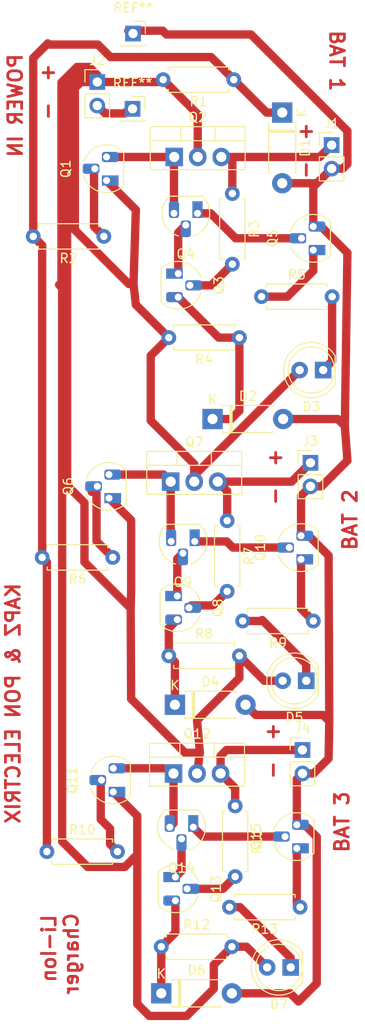
<source format=kicad_pcb>
(kicad_pcb (version 20171130) (host pcbnew 5.1.5+dfsg1-2build2)

  (general
    (thickness 1.6)
    (drawings 10)
    (tracks 203)
    (zones 0)
    (modules 41)
    (nets 31)
  )

  (page A4)
  (layers
    (0 F.Cu signal)
    (31 B.Cu signal)
    (32 B.Adhes user)
    (33 F.Adhes user)
    (34 B.Paste user)
    (35 F.Paste user)
    (36 B.SilkS user)
    (37 F.SilkS user)
    (38 B.Mask user)
    (39 F.Mask user)
    (40 Dwgs.User user)
    (41 Cmts.User user)
    (42 Eco1.User user)
    (43 Eco2.User user)
    (44 Edge.Cuts user)
    (45 Margin user)
    (46 B.CrtYd user)
    (47 F.CrtYd user)
    (48 B.Fab user)
    (49 F.Fab user)
  )

  (setup
    (last_trace_width 0.9)
    (trace_clearance 0.4)
    (zone_clearance 0.508)
    (zone_45_only no)
    (trace_min 0.2)
    (via_size 0.8)
    (via_drill 0.4)
    (via_min_size 0.4)
    (via_min_drill 0.3)
    (uvia_size 0.3)
    (uvia_drill 0.1)
    (uvias_allowed no)
    (uvia_min_size 0.2)
    (uvia_min_drill 0.1)
    (edge_width 0.05)
    (segment_width 0.2)
    (pcb_text_width 0.3)
    (pcb_text_size 1.5 1.5)
    (mod_edge_width 0.12)
    (mod_text_size 1 1)
    (mod_text_width 0.15)
    (pad_size 1.524 1.524)
    (pad_drill 0.762)
    (pad_to_mask_clearance 0.051)
    (solder_mask_min_width 0.25)
    (aux_axis_origin 0 0)
    (visible_elements FFFFFF7F)
    (pcbplotparams
      (layerselection 0x010fc_ffffffff)
      (usegerberextensions false)
      (usegerberattributes false)
      (usegerberadvancedattributes false)
      (creategerberjobfile false)
      (excludeedgelayer true)
      (linewidth 0.100000)
      (plotframeref false)
      (viasonmask false)
      (mode 1)
      (useauxorigin false)
      (hpglpennumber 1)
      (hpglpenspeed 20)
      (hpglpendiameter 15.000000)
      (psnegative false)
      (psa4output false)
      (plotreference true)
      (plotvalue true)
      (plotinvisibletext false)
      (padsonsilk false)
      (subtractmaskfromsilk false)
      (outputformat 1)
      (mirror false)
      (drillshape 1)
      (scaleselection 1)
      (outputdirectory ""))
  )

  (net 0 "")
  (net 1 "Net-(D1-Pad1)")
  (net 2 GND)
  (net 3 "Net-(D2-Pad1)")
  (net 4 "Net-(D3-Pad1)")
  (net 5 "Net-(J1-Pad1)")
  (net 6 "Net-(Q1-Pad2)")
  (net 7 "Net-(Q1-Pad3)")
  (net 8 +12V)
  (net 9 "Net-(Q3-Pad1)")
  (net 10 "Net-(Q3-Pad2)")
  (net 11 "Net-(Q4-Pad1)")
  (net 12 "Net-(Q5-Pad1)")
  (net 13 "Net-(D4-Pad1)")
  (net 14 "Net-(D5-Pad1)")
  (net 15 "Net-(J3-Pad1)")
  (net 16 "Net-(Q6-Pad2)")
  (net 17 "Net-(Q6-Pad3)")
  (net 18 "Net-(Q8-Pad1)")
  (net 19 "Net-(Q8-Pad2)")
  (net 20 "Net-(Q10-Pad2)")
  (net 21 "Net-(Q10-Pad1)")
  (net 22 "Net-(D6-Pad1)")
  (net 23 "Net-(D7-Pad1)")
  (net 24 "Net-(J4-Pad1)")
  (net 25 "Net-(Q11-Pad2)")
  (net 26 "Net-(Q11-Pad3)")
  (net 27 "Net-(Q13-Pad1)")
  (net 28 "Net-(Q13-Pad2)")
  (net 29 "Net-(Q14-Pad1)")
  (net 30 "Net-(Q15-Pad1)")

  (net_class Default "This is the default net class."
    (clearance 0.4)
    (trace_width 0.9)
    (via_dia 0.8)
    (via_drill 0.4)
    (uvia_dia 0.3)
    (uvia_drill 0.1)
    (add_net +12V)
    (add_net GND)
    (add_net "Net-(D1-Pad1)")
    (add_net "Net-(D2-Pad1)")
    (add_net "Net-(D3-Pad1)")
    (add_net "Net-(D4-Pad1)")
    (add_net "Net-(D5-Pad1)")
    (add_net "Net-(D6-Pad1)")
    (add_net "Net-(D7-Pad1)")
    (add_net "Net-(J1-Pad1)")
    (add_net "Net-(J3-Pad1)")
    (add_net "Net-(J4-Pad1)")
    (add_net "Net-(Q1-Pad2)")
    (add_net "Net-(Q1-Pad3)")
    (add_net "Net-(Q10-Pad1)")
    (add_net "Net-(Q10-Pad2)")
    (add_net "Net-(Q11-Pad2)")
    (add_net "Net-(Q11-Pad3)")
    (add_net "Net-(Q13-Pad1)")
    (add_net "Net-(Q13-Pad2)")
    (add_net "Net-(Q14-Pad1)")
    (add_net "Net-(Q15-Pad1)")
    (add_net "Net-(Q3-Pad1)")
    (add_net "Net-(Q3-Pad2)")
    (add_net "Net-(Q4-Pad1)")
    (add_net "Net-(Q5-Pad1)")
    (add_net "Net-(Q6-Pad2)")
    (add_net "Net-(Q6-Pad3)")
    (add_net "Net-(Q8-Pad1)")
    (add_net "Net-(Q8-Pad2)")
  )

  (module Connector_PinSocket_2.54mm:PinSocket_1x01_P2.54mm_Vertical (layer F.Cu) (tedit 5A19A434) (tstamp 616EB307)
    (at 85.09 48.7172)
    (descr "Through hole straight socket strip, 1x01, 2.54mm pitch, single row (from Kicad 4.0.7), script generated")
    (tags "Through hole socket strip THT 1x01 2.54mm single row")
    (fp_text reference REF** (at 0 -2.77) (layer F.SilkS)
      (effects (font (size 1 1) (thickness 0.15)))
    )
    (fp_text value GND (at 0 2.77) (layer F.Fab)
      (effects (font (size 1 1) (thickness 0.15)))
    )
    (fp_text user %R (at 0 0) (layer F.Fab)
      (effects (font (size 1 1) (thickness 0.15)))
    )
    (fp_line (start -1.8 1.75) (end -1.8 -1.8) (layer F.CrtYd) (width 0.05))
    (fp_line (start 1.75 1.75) (end -1.8 1.75) (layer F.CrtYd) (width 0.05))
    (fp_line (start 1.75 -1.8) (end 1.75 1.75) (layer F.CrtYd) (width 0.05))
    (fp_line (start -1.8 -1.8) (end 1.75 -1.8) (layer F.CrtYd) (width 0.05))
    (fp_line (start 0 -1.33) (end 1.33 -1.33) (layer F.SilkS) (width 0.12))
    (fp_line (start 1.33 -1.33) (end 1.33 0) (layer F.SilkS) (width 0.12))
    (fp_line (start 1.33 1.21) (end 1.33 1.33) (layer F.SilkS) (width 0.12))
    (fp_line (start -1.33 1.21) (end -1.33 1.33) (layer F.SilkS) (width 0.12))
    (fp_line (start -1.33 1.33) (end 1.33 1.33) (layer F.SilkS) (width 0.12))
    (fp_line (start -1.27 1.27) (end -1.27 -1.27) (layer F.Fab) (width 0.1))
    (fp_line (start 1.27 1.27) (end -1.27 1.27) (layer F.Fab) (width 0.1))
    (fp_line (start 1.27 -0.635) (end 1.27 1.27) (layer F.Fab) (width 0.1))
    (fp_line (start 0.635 -1.27) (end 1.27 -0.635) (layer F.Fab) (width 0.1))
    (fp_line (start -1.27 -1.27) (end 0.635 -1.27) (layer F.Fab) (width 0.1))
    (pad 1 thru_hole rect (at 0 0) (size 1.7 1.7) (drill 1) (layers *.Cu *.Mask))
    (model ${KISYS3DMOD}/Connector_PinSocket_2.54mm.3dshapes/PinSocket_1x01_P2.54mm_Vertical.wrl
      (at (xyz 0 0 0))
      (scale (xyz 1 1 1))
      (rotate (xyz 0 0 0))
    )
  )

  (module Connector_PinSocket_2.54mm:PinSocket_1x01_P2.54mm_Vertical (layer F.Cu) (tedit 5A19A434) (tstamp 616EB0E2)
    (at 85.0392 56.8452)
    (descr "Through hole straight socket strip, 1x01, 2.54mm pitch, single row (from Kicad 4.0.7), script generated")
    (tags "Through hole socket strip THT 1x01 2.54mm single row")
    (fp_text reference REF** (at 0 -2.77) (layer F.SilkS)
      (effects (font (size 1 1) (thickness 0.15)))
    )
    (fp_text value GND (at 0 2.77) (layer F.Fab)
      (effects (font (size 1 1) (thickness 0.15)))
    )
    (fp_text user %R (at 0 0) (layer F.Fab)
      (effects (font (size 1 1) (thickness 0.15)))
    )
    (fp_line (start -1.8 1.75) (end -1.8 -1.8) (layer F.CrtYd) (width 0.05))
    (fp_line (start 1.75 1.75) (end -1.8 1.75) (layer F.CrtYd) (width 0.05))
    (fp_line (start 1.75 -1.8) (end 1.75 1.75) (layer F.CrtYd) (width 0.05))
    (fp_line (start -1.8 -1.8) (end 1.75 -1.8) (layer F.CrtYd) (width 0.05))
    (fp_line (start 0 -1.33) (end 1.33 -1.33) (layer F.SilkS) (width 0.12))
    (fp_line (start 1.33 -1.33) (end 1.33 0) (layer F.SilkS) (width 0.12))
    (fp_line (start 1.33 1.21) (end 1.33 1.33) (layer F.SilkS) (width 0.12))
    (fp_line (start -1.33 1.21) (end -1.33 1.33) (layer F.SilkS) (width 0.12))
    (fp_line (start -1.33 1.33) (end 1.33 1.33) (layer F.SilkS) (width 0.12))
    (fp_line (start -1.27 1.27) (end -1.27 -1.27) (layer F.Fab) (width 0.1))
    (fp_line (start 1.27 1.27) (end -1.27 1.27) (layer F.Fab) (width 0.1))
    (fp_line (start 1.27 -0.635) (end 1.27 1.27) (layer F.Fab) (width 0.1))
    (fp_line (start 0.635 -1.27) (end 1.27 -0.635) (layer F.Fab) (width 0.1))
    (fp_line (start -1.27 -1.27) (end 0.635 -1.27) (layer F.Fab) (width 0.1))
    (pad 1 thru_hole rect (at 0 0) (size 1.7 1.7) (drill 1) (layers *.Cu *.Mask))
    (model ${KISYS3DMOD}/Connector_PinSocket_2.54mm.3dshapes/PinSocket_1x01_P2.54mm_Vertical.wrl
      (at (xyz 0 0 0))
      (scale (xyz 1 1 1))
      (rotate (xyz 0 0 0))
    )
  )

  (module Resistor_THT:R_Axial_DIN0207_L6.3mm_D2.5mm_P7.62mm_Horizontal (layer F.Cu) (tedit 5AE5139B) (tstamp 616EA6A3)
    (at 75.7936 137.0076)
    (descr "Resistor, Axial_DIN0207 series, Axial, Horizontal, pin pitch=7.62mm, 0.25W = 1/4W, length*diameter=6.3*2.5mm^2, http://cdn-reichelt.de/documents/datenblatt/B400/1_4W%23YAG.pdf")
    (tags "Resistor Axial_DIN0207 series Axial Horizontal pin pitch 7.62mm 0.25W = 1/4W length 6.3mm diameter 2.5mm")
    (path /617C1621)
    (fp_text reference R10 (at 3.81 -2.37) (layer F.SilkS)
      (effects (font (size 1 1) (thickness 0.15)))
    )
    (fp_text value 200k (at 3.81 2.37) (layer F.Fab)
      (effects (font (size 1 1) (thickness 0.15)))
    )
    (fp_text user %R (at 3.81 0) (layer F.Fab)
      (effects (font (size 1 1) (thickness 0.15)))
    )
    (fp_line (start 8.67 -1.5) (end -1.05 -1.5) (layer F.CrtYd) (width 0.05))
    (fp_line (start 8.67 1.5) (end 8.67 -1.5) (layer F.CrtYd) (width 0.05))
    (fp_line (start -1.05 1.5) (end 8.67 1.5) (layer F.CrtYd) (width 0.05))
    (fp_line (start -1.05 -1.5) (end -1.05 1.5) (layer F.CrtYd) (width 0.05))
    (fp_line (start 7.08 1.37) (end 7.08 1.04) (layer F.SilkS) (width 0.12))
    (fp_line (start 0.54 1.37) (end 7.08 1.37) (layer F.SilkS) (width 0.12))
    (fp_line (start 0.54 1.04) (end 0.54 1.37) (layer F.SilkS) (width 0.12))
    (fp_line (start 7.08 -1.37) (end 7.08 -1.04) (layer F.SilkS) (width 0.12))
    (fp_line (start 0.54 -1.37) (end 7.08 -1.37) (layer F.SilkS) (width 0.12))
    (fp_line (start 0.54 -1.04) (end 0.54 -1.37) (layer F.SilkS) (width 0.12))
    (fp_line (start 7.62 0) (end 6.96 0) (layer F.Fab) (width 0.1))
    (fp_line (start 0 0) (end 0.66 0) (layer F.Fab) (width 0.1))
    (fp_line (start 6.96 -1.25) (end 0.66 -1.25) (layer F.Fab) (width 0.1))
    (fp_line (start 6.96 1.25) (end 6.96 -1.25) (layer F.Fab) (width 0.1))
    (fp_line (start 0.66 1.25) (end 6.96 1.25) (layer F.Fab) (width 0.1))
    (fp_line (start 0.66 -1.25) (end 0.66 1.25) (layer F.Fab) (width 0.1))
    (pad 2 thru_hole oval (at 7.62 0) (size 1.6 1.6) (drill 0.8) (layers *.Cu *.Mask)
      (net 25 "Net-(Q11-Pad2)"))
    (pad 1 thru_hole circle (at 0 0) (size 1.6 1.6) (drill 0.8) (layers *.Cu *.Mask)
      (net 1 "Net-(D1-Pad1)"))
    (model ${KISYS3DMOD}/Resistor_THT.3dshapes/R_Axial_DIN0207_L6.3mm_D2.5mm_P7.62mm_Horizontal.wrl
      (at (xyz 0 0 0))
      (scale (xyz 1 1 1))
      (rotate (xyz 0 0 0))
    )
  )

  (module Diode_THT:D_DO-41_SOD81_P7.62mm_Horizontal (layer F.Cu) (tedit 5AE50CD5) (tstamp 616E76DD)
    (at 101.1936 57.2516 270)
    (descr "Diode, DO-41_SOD81 series, Axial, Horizontal, pin pitch=7.62mm, , length*diameter=5.2*2.7mm^2, , http://www.diodes.com/_files/packages/DO-41%20(Plastic).pdf")
    (tags "Diode DO-41_SOD81 series Axial Horizontal pin pitch 7.62mm  length 5.2mm diameter 2.7mm")
    (path /616E52FB)
    (fp_text reference D1 (at 3.81 -2.47 90) (layer F.SilkS)
      (effects (font (size 1 1) (thickness 0.15)))
    )
    (fp_text value "5.6 Zener" (at 3.81 2.47 90) (layer F.Fab)
      (effects (font (size 1 1) (thickness 0.15)))
    )
    (fp_line (start 1.21 -1.35) (end 1.21 1.35) (layer F.Fab) (width 0.1))
    (fp_line (start 1.21 1.35) (end 6.41 1.35) (layer F.Fab) (width 0.1))
    (fp_line (start 6.41 1.35) (end 6.41 -1.35) (layer F.Fab) (width 0.1))
    (fp_line (start 6.41 -1.35) (end 1.21 -1.35) (layer F.Fab) (width 0.1))
    (fp_line (start 0 0) (end 1.21 0) (layer F.Fab) (width 0.1))
    (fp_line (start 7.62 0) (end 6.41 0) (layer F.Fab) (width 0.1))
    (fp_line (start 1.99 -1.35) (end 1.99 1.35) (layer F.Fab) (width 0.1))
    (fp_line (start 2.09 -1.35) (end 2.09 1.35) (layer F.Fab) (width 0.1))
    (fp_line (start 1.89 -1.35) (end 1.89 1.35) (layer F.Fab) (width 0.1))
    (fp_line (start 1.09 -1.34) (end 1.09 -1.47) (layer F.SilkS) (width 0.12))
    (fp_line (start 1.09 -1.47) (end 6.53 -1.47) (layer F.SilkS) (width 0.12))
    (fp_line (start 6.53 -1.47) (end 6.53 -1.34) (layer F.SilkS) (width 0.12))
    (fp_line (start 1.09 1.34) (end 1.09 1.47) (layer F.SilkS) (width 0.12))
    (fp_line (start 1.09 1.47) (end 6.53 1.47) (layer F.SilkS) (width 0.12))
    (fp_line (start 6.53 1.47) (end 6.53 1.34) (layer F.SilkS) (width 0.12))
    (fp_line (start 1.99 -1.47) (end 1.99 1.47) (layer F.SilkS) (width 0.12))
    (fp_line (start 2.11 -1.47) (end 2.11 1.47) (layer F.SilkS) (width 0.12))
    (fp_line (start 1.87 -1.47) (end 1.87 1.47) (layer F.SilkS) (width 0.12))
    (fp_line (start -1.35 -1.6) (end -1.35 1.6) (layer F.CrtYd) (width 0.05))
    (fp_line (start -1.35 1.6) (end 8.97 1.6) (layer F.CrtYd) (width 0.05))
    (fp_line (start 8.97 1.6) (end 8.97 -1.6) (layer F.CrtYd) (width 0.05))
    (fp_line (start 8.97 -1.6) (end -1.35 -1.6) (layer F.CrtYd) (width 0.05))
    (fp_text user %R (at 4.2 0 90) (layer F.Fab)
      (effects (font (size 1 1) (thickness 0.15)))
    )
    (fp_text user K (at 0 -2.1 90) (layer F.Fab)
      (effects (font (size 1 1) (thickness 0.15)))
    )
    (fp_text user K (at 0 -2.1 90) (layer F.SilkS)
      (effects (font (size 1 1) (thickness 0.15)))
    )
    (pad 1 thru_hole rect (at 0 0 270) (size 2.2 2.2) (drill 1.1) (layers *.Cu *.Mask)
      (net 1 "Net-(D1-Pad1)"))
    (pad 2 thru_hole oval (at 7.62 0 270) (size 2.2 2.2) (drill 1.1) (layers *.Cu *.Mask)
      (net 2 GND))
    (model ${KISYS3DMOD}/Diode_THT.3dshapes/D_DO-41_SOD81_P7.62mm_Horizontal.wrl
      (at (xyz 0 0 0))
      (scale (xyz 1 1 1))
      (rotate (xyz 0 0 0))
    )
  )

  (module Diode_THT:D_DO-41_SOD81_P7.62mm_Horizontal (layer F.Cu) (tedit 5AE50CD5) (tstamp 616E76FC)
    (at 93.6752 90.3224)
    (descr "Diode, DO-41_SOD81 series, Axial, Horizontal, pin pitch=7.62mm, , length*diameter=5.2*2.7mm^2, , http://www.diodes.com/_files/packages/DO-41%20(Plastic).pdf")
    (tags "Diode DO-41_SOD81 series Axial Horizontal pin pitch 7.62mm  length 5.2mm diameter 2.7mm")
    (path /6176A208)
    (fp_text reference D2 (at 3.81 -2.47) (layer F.SilkS)
      (effects (font (size 1 1) (thickness 0.15)))
    )
    (fp_text value 3.4V (at 3.81 2.47) (layer F.Fab)
      (effects (font (size 1 1) (thickness 0.15)))
    )
    (fp_text user K (at 0 -2.1) (layer F.SilkS)
      (effects (font (size 1 1) (thickness 0.15)))
    )
    (fp_text user K (at 0 -2.1) (layer F.Fab)
      (effects (font (size 1 1) (thickness 0.15)))
    )
    (fp_text user %R (at 4.2 0) (layer F.Fab)
      (effects (font (size 1 1) (thickness 0.15)))
    )
    (fp_line (start 8.97 -1.6) (end -1.35 -1.6) (layer F.CrtYd) (width 0.05))
    (fp_line (start 8.97 1.6) (end 8.97 -1.6) (layer F.CrtYd) (width 0.05))
    (fp_line (start -1.35 1.6) (end 8.97 1.6) (layer F.CrtYd) (width 0.05))
    (fp_line (start -1.35 -1.6) (end -1.35 1.6) (layer F.CrtYd) (width 0.05))
    (fp_line (start 1.87 -1.47) (end 1.87 1.47) (layer F.SilkS) (width 0.12))
    (fp_line (start 2.11 -1.47) (end 2.11 1.47) (layer F.SilkS) (width 0.12))
    (fp_line (start 1.99 -1.47) (end 1.99 1.47) (layer F.SilkS) (width 0.12))
    (fp_line (start 6.53 1.47) (end 6.53 1.34) (layer F.SilkS) (width 0.12))
    (fp_line (start 1.09 1.47) (end 6.53 1.47) (layer F.SilkS) (width 0.12))
    (fp_line (start 1.09 1.34) (end 1.09 1.47) (layer F.SilkS) (width 0.12))
    (fp_line (start 6.53 -1.47) (end 6.53 -1.34) (layer F.SilkS) (width 0.12))
    (fp_line (start 1.09 -1.47) (end 6.53 -1.47) (layer F.SilkS) (width 0.12))
    (fp_line (start 1.09 -1.34) (end 1.09 -1.47) (layer F.SilkS) (width 0.12))
    (fp_line (start 1.89 -1.35) (end 1.89 1.35) (layer F.Fab) (width 0.1))
    (fp_line (start 2.09 -1.35) (end 2.09 1.35) (layer F.Fab) (width 0.1))
    (fp_line (start 1.99 -1.35) (end 1.99 1.35) (layer F.Fab) (width 0.1))
    (fp_line (start 7.62 0) (end 6.41 0) (layer F.Fab) (width 0.1))
    (fp_line (start 0 0) (end 1.21 0) (layer F.Fab) (width 0.1))
    (fp_line (start 6.41 -1.35) (end 1.21 -1.35) (layer F.Fab) (width 0.1))
    (fp_line (start 6.41 1.35) (end 6.41 -1.35) (layer F.Fab) (width 0.1))
    (fp_line (start 1.21 1.35) (end 6.41 1.35) (layer F.Fab) (width 0.1))
    (fp_line (start 1.21 -1.35) (end 1.21 1.35) (layer F.Fab) (width 0.1))
    (pad 2 thru_hole oval (at 7.62 0) (size 2.2 2.2) (drill 1.1) (layers *.Cu *.Mask)
      (net 2 GND))
    (pad 1 thru_hole rect (at 0 0) (size 2.2 2.2) (drill 1.1) (layers *.Cu *.Mask)
      (net 3 "Net-(D2-Pad1)"))
    (model ${KISYS3DMOD}/Diode_THT.3dshapes/D_DO-41_SOD81_P7.62mm_Horizontal.wrl
      (at (xyz 0 0 0))
      (scale (xyz 1 1 1))
      (rotate (xyz 0 0 0))
    )
  )

  (module LED_THT:LED_D5.0mm (layer F.Cu) (tedit 5995936A) (tstamp 616E770E)
    (at 105.6132 85.0392 180)
    (descr "LED, diameter 5.0mm, 2 pins, http://cdn-reichelt.de/documents/datenblatt/A500/LL-504BC2E-009.pdf")
    (tags "LED diameter 5.0mm 2 pins")
    (path /61772804)
    (fp_text reference D3 (at 1.27 -3.96) (layer F.SilkS)
      (effects (font (size 1 1) (thickness 0.15)))
    )
    (fp_text value LED (at 1.27 3.96) (layer F.Fab)
      (effects (font (size 1 1) (thickness 0.15)))
    )
    (fp_arc (start 1.27 0) (end -1.23 -1.469694) (angle 299.1) (layer F.Fab) (width 0.1))
    (fp_arc (start 1.27 0) (end -1.29 -1.54483) (angle 148.9) (layer F.SilkS) (width 0.12))
    (fp_arc (start 1.27 0) (end -1.29 1.54483) (angle -148.9) (layer F.SilkS) (width 0.12))
    (fp_circle (center 1.27 0) (end 3.77 0) (layer F.Fab) (width 0.1))
    (fp_circle (center 1.27 0) (end 3.77 0) (layer F.SilkS) (width 0.12))
    (fp_line (start -1.23 -1.469694) (end -1.23 1.469694) (layer F.Fab) (width 0.1))
    (fp_line (start -1.29 -1.545) (end -1.29 1.545) (layer F.SilkS) (width 0.12))
    (fp_line (start -1.95 -3.25) (end -1.95 3.25) (layer F.CrtYd) (width 0.05))
    (fp_line (start -1.95 3.25) (end 4.5 3.25) (layer F.CrtYd) (width 0.05))
    (fp_line (start 4.5 3.25) (end 4.5 -3.25) (layer F.CrtYd) (width 0.05))
    (fp_line (start 4.5 -3.25) (end -1.95 -3.25) (layer F.CrtYd) (width 0.05))
    (fp_text user %R (at 1.25 0) (layer F.Fab)
      (effects (font (size 0.8 0.8) (thickness 0.2)))
    )
    (pad 1 thru_hole rect (at 0 0 180) (size 1.8 1.8) (drill 0.9) (layers *.Cu *.Mask)
      (net 4 "Net-(D3-Pad1)"))
    (pad 2 thru_hole circle (at 2.54 0 180) (size 1.8 1.8) (drill 0.9) (layers *.Cu *.Mask)
      (net 8 +12V))
    (model ${KISYS3DMOD}/LED_THT.3dshapes/LED_D5.0mm.wrl
      (at (xyz 0 0 0))
      (scale (xyz 1 1 1))
      (rotate (xyz 0 0 0))
    )
  )

  (module Connector_PinHeader_2.54mm:PinHeader_1x02_P2.54mm_Vertical (layer F.Cu) (tedit 59FED5CC) (tstamp 616E7724)
    (at 106.5276 60.7568)
    (descr "Through hole straight pin header, 1x02, 2.54mm pitch, single row")
    (tags "Through hole pin header THT 1x02 2.54mm single row")
    (path /616F2756)
    (fp_text reference J1 (at 0 -2.33) (layer F.SilkS)
      (effects (font (size 1 1) (thickness 0.15)))
    )
    (fp_text value "Battery 1" (at 0 4.87) (layer F.Fab)
      (effects (font (size 1 1) (thickness 0.15)))
    )
    (fp_line (start -0.635 -1.27) (end 1.27 -1.27) (layer F.Fab) (width 0.1))
    (fp_line (start 1.27 -1.27) (end 1.27 3.81) (layer F.Fab) (width 0.1))
    (fp_line (start 1.27 3.81) (end -1.27 3.81) (layer F.Fab) (width 0.1))
    (fp_line (start -1.27 3.81) (end -1.27 -0.635) (layer F.Fab) (width 0.1))
    (fp_line (start -1.27 -0.635) (end -0.635 -1.27) (layer F.Fab) (width 0.1))
    (fp_line (start -1.33 3.87) (end 1.33 3.87) (layer F.SilkS) (width 0.12))
    (fp_line (start -1.33 1.27) (end -1.33 3.87) (layer F.SilkS) (width 0.12))
    (fp_line (start 1.33 1.27) (end 1.33 3.87) (layer F.SilkS) (width 0.12))
    (fp_line (start -1.33 1.27) (end 1.33 1.27) (layer F.SilkS) (width 0.12))
    (fp_line (start -1.33 0) (end -1.33 -1.33) (layer F.SilkS) (width 0.12))
    (fp_line (start -1.33 -1.33) (end 0 -1.33) (layer F.SilkS) (width 0.12))
    (fp_line (start -1.8 -1.8) (end -1.8 4.35) (layer F.CrtYd) (width 0.05))
    (fp_line (start -1.8 4.35) (end 1.8 4.35) (layer F.CrtYd) (width 0.05))
    (fp_line (start 1.8 4.35) (end 1.8 -1.8) (layer F.CrtYd) (width 0.05))
    (fp_line (start 1.8 -1.8) (end -1.8 -1.8) (layer F.CrtYd) (width 0.05))
    (fp_text user %R (at 0 1.27 90) (layer F.Fab)
      (effects (font (size 1 1) (thickness 0.15)))
    )
    (pad 1 thru_hole rect (at 0 0) (size 1.7 1.7) (drill 1) (layers *.Cu *.Mask)
      (net 5 "Net-(J1-Pad1)"))
    (pad 2 thru_hole oval (at 0 2.54) (size 1.7 1.7) (drill 1) (layers *.Cu *.Mask)
      (net 2 GND))
    (model ${KISYS3DMOD}/Connector_PinHeader_2.54mm.3dshapes/PinHeader_1x02_P2.54mm_Vertical.wrl
      (at (xyz 0 0 0))
      (scale (xyz 1 1 1))
      (rotate (xyz 0 0 0))
    )
  )

  (module Package_TO_SOT_THT:TO-92_HandSolder (layer F.Cu) (tedit 5A282C46) (tstamp 616E7736)
    (at 82.2325 64.5795 90)
    (descr "TO-92 leads molded, narrow, drill 0.75mm, handsoldering variant with enlarged pads (see NXP sot054_po.pdf)")
    (tags "to-92 sc-43 sc-43a sot54 PA33 transistor")
    (path /616E3E9D)
    (fp_text reference Q1 (at 1.27 -4.4 90) (layer F.SilkS)
      (effects (font (size 1 1) (thickness 0.15)))
    )
    (fp_text value BC547 (at 1.27 2.79 90) (layer F.Fab)
      (effects (font (size 1 1) (thickness 0.15)))
    )
    (fp_text user %R (at 1.27 -4.4 90) (layer F.Fab)
      (effects (font (size 1 1) (thickness 0.15)))
    )
    (fp_line (start -0.53 1.85) (end 3.07 1.85) (layer F.SilkS) (width 0.12))
    (fp_line (start -0.5 1.75) (end 3 1.75) (layer F.Fab) (width 0.1))
    (fp_line (start -1.46 -3.05) (end 4 -3.05) (layer F.CrtYd) (width 0.05))
    (fp_line (start -1.45 -3.05) (end -1.46 2.01) (layer F.CrtYd) (width 0.05))
    (fp_line (start 4 2.01) (end 4 -3.05) (layer F.CrtYd) (width 0.05))
    (fp_line (start 4 2.01) (end -1.46 2.01) (layer F.CrtYd) (width 0.05))
    (fp_arc (start 1.27 0) (end 1.27 -2.48) (angle 135) (layer F.Fab) (width 0.1))
    (fp_arc (start 1.27 0) (end 0.45 -2.45) (angle -116.9632683) (layer F.SilkS) (width 0.12))
    (fp_arc (start 1.27 0) (end 1.27 -2.48) (angle -135) (layer F.Fab) (width 0.1))
    (fp_arc (start 1.27 0) (end 2.05 -2.45) (angle 117.6433766) (layer F.SilkS) (width 0.12))
    (pad 2 thru_hole roundrect (at 1.27 -1.27 90) (size 1.1 1.8) (drill 0.75 (offset 0 -0.4)) (layers *.Cu *.Mask) (roundrect_rratio 0.25)
      (net 6 "Net-(Q1-Pad2)"))
    (pad 3 thru_hole roundrect (at 2.54 0 90) (size 1.1 1.8) (drill 0.75 (offset 0 0.4)) (layers *.Cu *.Mask) (roundrect_rratio 0.25)
      (net 7 "Net-(Q1-Pad3)"))
    (pad 1 thru_hole rect (at 0 0 90) (size 1.1 1.8) (drill 0.75 (offset 0 0.4)) (layers *.Cu *.Mask)
      (net 8 +12V))
    (model ${KISYS3DMOD}/Package_TO_SOT_THT.3dshapes/TO-92.wrl
      (at (xyz 0 0 0))
      (scale (xyz 1 1 1))
      (rotate (xyz 0 0 0))
    )
  )

  (module Package_TO_SOT_THT:TO-220-3_Vertical (layer F.Cu) (tedit 5AC8BA0D) (tstamp 616E7750)
    (at 89.535 62.0395)
    (descr "TO-220-3, Vertical, RM 2.54mm, see https://www.vishay.com/docs/66542/to-220-1.pdf")
    (tags "TO-220-3 Vertical RM 2.54mm")
    (path /616E3232)
    (fp_text reference Q2 (at 2.54 -4.27) (layer F.SilkS)
      (effects (font (size 1 1) (thickness 0.15)))
    )
    (fp_text value TIP41 (at 2.54 2.5) (layer F.Fab)
      (effects (font (size 1 1) (thickness 0.15)))
    )
    (fp_line (start -2.46 -3.15) (end -2.46 1.25) (layer F.Fab) (width 0.1))
    (fp_line (start -2.46 1.25) (end 7.54 1.25) (layer F.Fab) (width 0.1))
    (fp_line (start 7.54 1.25) (end 7.54 -3.15) (layer F.Fab) (width 0.1))
    (fp_line (start 7.54 -3.15) (end -2.46 -3.15) (layer F.Fab) (width 0.1))
    (fp_line (start -2.46 -1.88) (end 7.54 -1.88) (layer F.Fab) (width 0.1))
    (fp_line (start 0.69 -3.15) (end 0.69 -1.88) (layer F.Fab) (width 0.1))
    (fp_line (start 4.39 -3.15) (end 4.39 -1.88) (layer F.Fab) (width 0.1))
    (fp_line (start -2.58 -3.27) (end 7.66 -3.27) (layer F.SilkS) (width 0.12))
    (fp_line (start -2.58 1.371) (end 7.66 1.371) (layer F.SilkS) (width 0.12))
    (fp_line (start -2.58 -3.27) (end -2.58 1.371) (layer F.SilkS) (width 0.12))
    (fp_line (start 7.66 -3.27) (end 7.66 1.371) (layer F.SilkS) (width 0.12))
    (fp_line (start -2.58 -1.76) (end 7.66 -1.76) (layer F.SilkS) (width 0.12))
    (fp_line (start 0.69 -3.27) (end 0.69 -1.76) (layer F.SilkS) (width 0.12))
    (fp_line (start 4.391 -3.27) (end 4.391 -1.76) (layer F.SilkS) (width 0.12))
    (fp_line (start -2.71 -3.4) (end -2.71 1.51) (layer F.CrtYd) (width 0.05))
    (fp_line (start -2.71 1.51) (end 7.79 1.51) (layer F.CrtYd) (width 0.05))
    (fp_line (start 7.79 1.51) (end 7.79 -3.4) (layer F.CrtYd) (width 0.05))
    (fp_line (start 7.79 -3.4) (end -2.71 -3.4) (layer F.CrtYd) (width 0.05))
    (fp_text user %R (at 2.54 -4.27) (layer F.Fab)
      (effects (font (size 1 1) (thickness 0.15)))
    )
    (pad 1 thru_hole rect (at 0 0) (size 1.905 2) (drill 1.1) (layers *.Cu *.Mask)
      (net 7 "Net-(Q1-Pad3)"))
    (pad 2 thru_hole oval (at 2.54 0) (size 1.905 2) (drill 1.1) (layers *.Cu *.Mask)
      (net 8 +12V))
    (pad 3 thru_hole oval (at 5.08 0) (size 1.905 2) (drill 1.1) (layers *.Cu *.Mask)
      (net 5 "Net-(J1-Pad1)"))
    (model ${KISYS3DMOD}/Package_TO_SOT_THT.3dshapes/TO-220-3_Vertical.wrl
      (at (xyz 0 0 0))
      (scale (xyz 1 1 1))
      (rotate (xyz 0 0 0))
    )
  )

  (module Package_TO_SOT_THT:TO-92_HandSolder (layer F.Cu) (tedit 5A282C46) (tstamp 616E7762)
    (at 89.9668 74.6252 270)
    (descr "TO-92 leads molded, narrow, drill 0.75mm, handsoldering variant with enlarged pads (see NXP sot054_po.pdf)")
    (tags "to-92 sc-43 sc-43a sot54 PA33 transistor")
    (path /616EB14E)
    (fp_text reference Q3 (at 1.27 -4.4 90) (layer F.SilkS)
      (effects (font (size 1 1) (thickness 0.15)))
    )
    (fp_text value BC547 (at 1.27 2.79 90) (layer F.Fab)
      (effects (font (size 1 1) (thickness 0.15)))
    )
    (fp_arc (start 1.27 0) (end 2.05 -2.45) (angle 117.6433766) (layer F.SilkS) (width 0.12))
    (fp_arc (start 1.27 0) (end 1.27 -2.48) (angle -135) (layer F.Fab) (width 0.1))
    (fp_arc (start 1.27 0) (end 0.45 -2.45) (angle -116.9632683) (layer F.SilkS) (width 0.12))
    (fp_arc (start 1.27 0) (end 1.27 -2.48) (angle 135) (layer F.Fab) (width 0.1))
    (fp_line (start 4 2.01) (end -1.46 2.01) (layer F.CrtYd) (width 0.05))
    (fp_line (start 4 2.01) (end 4 -3.05) (layer F.CrtYd) (width 0.05))
    (fp_line (start -1.45 -3.05) (end -1.46 2.01) (layer F.CrtYd) (width 0.05))
    (fp_line (start -1.46 -3.05) (end 4 -3.05) (layer F.CrtYd) (width 0.05))
    (fp_line (start -0.5 1.75) (end 3 1.75) (layer F.Fab) (width 0.1))
    (fp_line (start -0.53 1.85) (end 3.07 1.85) (layer F.SilkS) (width 0.12))
    (fp_text user %R (at 1.27 -4.4 90) (layer F.Fab)
      (effects (font (size 1 1) (thickness 0.15)))
    )
    (pad 1 thru_hole rect (at 0 0 270) (size 1.1 1.8) (drill 0.75 (offset 0 0.4)) (layers *.Cu *.Mask)
      (net 9 "Net-(Q3-Pad1)"))
    (pad 3 thru_hole roundrect (at 2.54 0 270) (size 1.1 1.8) (drill 0.75 (offset 0 0.4)) (layers *.Cu *.Mask) (roundrect_rratio 0.25)
      (net 3 "Net-(D2-Pad1)"))
    (pad 2 thru_hole roundrect (at 1.27 -1.27 270) (size 1.1 1.8) (drill 0.75 (offset 0 -0.4)) (layers *.Cu *.Mask) (roundrect_rratio 0.25)
      (net 10 "Net-(Q3-Pad2)"))
    (model ${KISYS3DMOD}/Package_TO_SOT_THT.3dshapes/TO-92.wrl
      (at (xyz 0 0 0))
      (scale (xyz 1 1 1))
      (rotate (xyz 0 0 0))
    )
  )

  (module Package_TO_SOT_THT:TO-92_HandSolder (layer F.Cu) (tedit 5A282C46) (tstamp 616E7774)
    (at 92.0496 68.1228 180)
    (descr "TO-92 leads molded, narrow, drill 0.75mm, handsoldering variant with enlarged pads (see NXP sot054_po.pdf)")
    (tags "to-92 sc-43 sc-43a sot54 PA33 transistor")
    (path /616EC30C)
    (fp_text reference Q4 (at 1.27 -4.4) (layer F.SilkS)
      (effects (font (size 1 1) (thickness 0.15)))
    )
    (fp_text value BC557 (at 1.27 2.79) (layer F.Fab)
      (effects (font (size 1 1) (thickness 0.15)))
    )
    (fp_text user %R (at 1.27 -4.4) (layer F.Fab)
      (effects (font (size 1 1) (thickness 0.15)))
    )
    (fp_line (start -0.53 1.85) (end 3.07 1.85) (layer F.SilkS) (width 0.12))
    (fp_line (start -0.5 1.75) (end 3 1.75) (layer F.Fab) (width 0.1))
    (fp_line (start -1.46 -3.05) (end 4 -3.05) (layer F.CrtYd) (width 0.05))
    (fp_line (start -1.45 -3.05) (end -1.46 2.01) (layer F.CrtYd) (width 0.05))
    (fp_line (start 4 2.01) (end 4 -3.05) (layer F.CrtYd) (width 0.05))
    (fp_line (start 4 2.01) (end -1.46 2.01) (layer F.CrtYd) (width 0.05))
    (fp_arc (start 1.27 0) (end 1.27 -2.48) (angle 135) (layer F.Fab) (width 0.1))
    (fp_arc (start 1.27 0) (end 0.45 -2.45) (angle -116.9632683) (layer F.SilkS) (width 0.12))
    (fp_arc (start 1.27 0) (end 1.27 -2.48) (angle -135) (layer F.Fab) (width 0.1))
    (fp_arc (start 1.27 0) (end 2.05 -2.45) (angle 117.6433766) (layer F.SilkS) (width 0.12))
    (pad 2 thru_hole roundrect (at 1.27 -1.27 180) (size 1.1 1.8) (drill 0.75 (offset 0 -0.4)) (layers *.Cu *.Mask) (roundrect_rratio 0.25)
      (net 9 "Net-(Q3-Pad1)"))
    (pad 3 thru_hole roundrect (at 2.54 0 180) (size 1.1 1.8) (drill 0.75 (offset 0 0.4)) (layers *.Cu *.Mask) (roundrect_rratio 0.25)
      (net 7 "Net-(Q1-Pad3)"))
    (pad 1 thru_hole rect (at 0 0 180) (size 1.1 1.8) (drill 0.75 (offset 0 0.4)) (layers *.Cu *.Mask)
      (net 11 "Net-(Q4-Pad1)"))
    (model ${KISYS3DMOD}/Package_TO_SOT_THT.3dshapes/TO-92.wrl
      (at (xyz 0 0 0))
      (scale (xyz 1 1 1))
      (rotate (xyz 0 0 0))
    )
  )

  (module Package_TO_SOT_THT:TO-92_HandSolder (layer F.Cu) (tedit 5A282C46) (tstamp 616E7786)
    (at 104.5464 72.0852 90)
    (descr "TO-92 leads molded, narrow, drill 0.75mm, handsoldering variant with enlarged pads (see NXP sot054_po.pdf)")
    (tags "to-92 sc-43 sc-43a sot54 PA33 transistor")
    (path /6177180C)
    (fp_text reference Q5 (at 1.27 -4.4 90) (layer F.SilkS)
      (effects (font (size 1 1) (thickness 0.15)))
    )
    (fp_text value BC547 (at 1.27 2.79 90) (layer F.Fab)
      (effects (font (size 1 1) (thickness 0.15)))
    )
    (fp_arc (start 1.27 0) (end 2.05 -2.45) (angle 117.6433766) (layer F.SilkS) (width 0.12))
    (fp_arc (start 1.27 0) (end 1.27 -2.48) (angle -135) (layer F.Fab) (width 0.1))
    (fp_arc (start 1.27 0) (end 0.45 -2.45) (angle -116.9632683) (layer F.SilkS) (width 0.12))
    (fp_arc (start 1.27 0) (end 1.27 -2.48) (angle 135) (layer F.Fab) (width 0.1))
    (fp_line (start 4 2.01) (end -1.46 2.01) (layer F.CrtYd) (width 0.05))
    (fp_line (start 4 2.01) (end 4 -3.05) (layer F.CrtYd) (width 0.05))
    (fp_line (start -1.45 -3.05) (end -1.46 2.01) (layer F.CrtYd) (width 0.05))
    (fp_line (start -1.46 -3.05) (end 4 -3.05) (layer F.CrtYd) (width 0.05))
    (fp_line (start -0.5 1.75) (end 3 1.75) (layer F.Fab) (width 0.1))
    (fp_line (start -0.53 1.85) (end 3.07 1.85) (layer F.SilkS) (width 0.12))
    (fp_text user %R (at 1.27 -4.4 90) (layer F.Fab)
      (effects (font (size 1 1) (thickness 0.15)))
    )
    (pad 1 thru_hole rect (at 0 0 90) (size 1.1 1.8) (drill 0.75 (offset 0 0.4)) (layers *.Cu *.Mask)
      (net 12 "Net-(Q5-Pad1)"))
    (pad 3 thru_hole roundrect (at 2.54 0 90) (size 1.1 1.8) (drill 0.75 (offset 0 0.4)) (layers *.Cu *.Mask) (roundrect_rratio 0.25)
      (net 2 GND))
    (pad 2 thru_hole roundrect (at 1.27 -1.27 90) (size 1.1 1.8) (drill 0.75 (offset 0 -0.4)) (layers *.Cu *.Mask) (roundrect_rratio 0.25)
      (net 11 "Net-(Q4-Pad1)"))
    (model ${KISYS3DMOD}/Package_TO_SOT_THT.3dshapes/TO-92.wrl
      (at (xyz 0 0 0))
      (scale (xyz 1 1 1))
      (rotate (xyz 0 0 0))
    )
  )

  (module Resistor_THT:R_Axial_DIN0207_L6.3mm_D2.5mm_P7.62mm_Horizontal (layer F.Cu) (tedit 5AE5139B) (tstamp 616E779D)
    (at 95.9612 53.6956 180)
    (descr "Resistor, Axial_DIN0207 series, Axial, Horizontal, pin pitch=7.62mm, 0.25W = 1/4W, length*diameter=6.3*2.5mm^2, http://cdn-reichelt.de/documents/datenblatt/B400/1_4W%23YAG.pdf")
    (tags "Resistor Axial_DIN0207 series Axial Horizontal pin pitch 7.62mm 0.25W = 1/4W length 6.3mm diameter 2.5mm")
    (path /616E6A84)
    (fp_text reference R1 (at 3.81 -2.37) (layer F.SilkS)
      (effects (font (size 1 1) (thickness 0.15)))
    )
    (fp_text value 131 (at 3.81 2.37) (layer F.Fab)
      (effects (font (size 1 1) (thickness 0.15)))
    )
    (fp_text user %R (at 3.81 0) (layer F.Fab)
      (effects (font (size 1 1) (thickness 0.15)))
    )
    (fp_line (start 8.67 -1.5) (end -1.05 -1.5) (layer F.CrtYd) (width 0.05))
    (fp_line (start 8.67 1.5) (end 8.67 -1.5) (layer F.CrtYd) (width 0.05))
    (fp_line (start -1.05 1.5) (end 8.67 1.5) (layer F.CrtYd) (width 0.05))
    (fp_line (start -1.05 -1.5) (end -1.05 1.5) (layer F.CrtYd) (width 0.05))
    (fp_line (start 7.08 1.37) (end 7.08 1.04) (layer F.SilkS) (width 0.12))
    (fp_line (start 0.54 1.37) (end 7.08 1.37) (layer F.SilkS) (width 0.12))
    (fp_line (start 0.54 1.04) (end 0.54 1.37) (layer F.SilkS) (width 0.12))
    (fp_line (start 7.08 -1.37) (end 7.08 -1.04) (layer F.SilkS) (width 0.12))
    (fp_line (start 0.54 -1.37) (end 7.08 -1.37) (layer F.SilkS) (width 0.12))
    (fp_line (start 0.54 -1.04) (end 0.54 -1.37) (layer F.SilkS) (width 0.12))
    (fp_line (start 7.62 0) (end 6.96 0) (layer F.Fab) (width 0.1))
    (fp_line (start 0 0) (end 0.66 0) (layer F.Fab) (width 0.1))
    (fp_line (start 6.96 -1.25) (end 0.66 -1.25) (layer F.Fab) (width 0.1))
    (fp_line (start 6.96 1.25) (end 6.96 -1.25) (layer F.Fab) (width 0.1))
    (fp_line (start 0.66 1.25) (end 6.96 1.25) (layer F.Fab) (width 0.1))
    (fp_line (start 0.66 -1.25) (end 0.66 1.25) (layer F.Fab) (width 0.1))
    (pad 2 thru_hole oval (at 7.62 0 180) (size 1.6 1.6) (drill 0.8) (layers *.Cu *.Mask)
      (net 8 +12V))
    (pad 1 thru_hole circle (at 0 0 180) (size 1.6 1.6) (drill 0.8) (layers *.Cu *.Mask)
      (net 1 "Net-(D1-Pad1)"))
    (model ${KISYS3DMOD}/Resistor_THT.3dshapes/R_Axial_DIN0207_L6.3mm_D2.5mm_P7.62mm_Horizontal.wrl
      (at (xyz 0 0 0))
      (scale (xyz 1 1 1))
      (rotate (xyz 0 0 0))
    )
  )

  (module Resistor_THT:R_Axial_DIN0207_L6.3mm_D2.5mm_P7.62mm_Horizontal (layer F.Cu) (tedit 5AE5139B) (tstamp 616E77B4)
    (at 81.9404 70.612 180)
    (descr "Resistor, Axial_DIN0207 series, Axial, Horizontal, pin pitch=7.62mm, 0.25W = 1/4W, length*diameter=6.3*2.5mm^2, http://cdn-reichelt.de/documents/datenblatt/B400/1_4W%23YAG.pdf")
    (tags "Resistor Axial_DIN0207 series Axial Horizontal pin pitch 7.62mm 0.25W = 1/4W length 6.3mm diameter 2.5mm")
    (path /616E6652)
    (fp_text reference R2 (at 3.81 -2.37) (layer F.SilkS)
      (effects (font (size 1 1) (thickness 0.15)))
    )
    (fp_text value 200k (at 3.81 2.37) (layer F.Fab)
      (effects (font (size 1 1) (thickness 0.15)))
    )
    (fp_line (start 0.66 -1.25) (end 0.66 1.25) (layer F.Fab) (width 0.1))
    (fp_line (start 0.66 1.25) (end 6.96 1.25) (layer F.Fab) (width 0.1))
    (fp_line (start 6.96 1.25) (end 6.96 -1.25) (layer F.Fab) (width 0.1))
    (fp_line (start 6.96 -1.25) (end 0.66 -1.25) (layer F.Fab) (width 0.1))
    (fp_line (start 0 0) (end 0.66 0) (layer F.Fab) (width 0.1))
    (fp_line (start 7.62 0) (end 6.96 0) (layer F.Fab) (width 0.1))
    (fp_line (start 0.54 -1.04) (end 0.54 -1.37) (layer F.SilkS) (width 0.12))
    (fp_line (start 0.54 -1.37) (end 7.08 -1.37) (layer F.SilkS) (width 0.12))
    (fp_line (start 7.08 -1.37) (end 7.08 -1.04) (layer F.SilkS) (width 0.12))
    (fp_line (start 0.54 1.04) (end 0.54 1.37) (layer F.SilkS) (width 0.12))
    (fp_line (start 0.54 1.37) (end 7.08 1.37) (layer F.SilkS) (width 0.12))
    (fp_line (start 7.08 1.37) (end 7.08 1.04) (layer F.SilkS) (width 0.12))
    (fp_line (start -1.05 -1.5) (end -1.05 1.5) (layer F.CrtYd) (width 0.05))
    (fp_line (start -1.05 1.5) (end 8.67 1.5) (layer F.CrtYd) (width 0.05))
    (fp_line (start 8.67 1.5) (end 8.67 -1.5) (layer F.CrtYd) (width 0.05))
    (fp_line (start 8.67 -1.5) (end -1.05 -1.5) (layer F.CrtYd) (width 0.05))
    (fp_text user %R (at 3.81 0) (layer F.Fab)
      (effects (font (size 1 1) (thickness 0.15)))
    )
    (pad 1 thru_hole circle (at 0 0 180) (size 1.6 1.6) (drill 0.8) (layers *.Cu *.Mask)
      (net 6 "Net-(Q1-Pad2)"))
    (pad 2 thru_hole oval (at 7.62 0 180) (size 1.6 1.6) (drill 0.8) (layers *.Cu *.Mask)
      (net 1 "Net-(D1-Pad1)"))
    (model ${KISYS3DMOD}/Resistor_THT.3dshapes/R_Axial_DIN0207_L6.3mm_D2.5mm_P7.62mm_Horizontal.wrl
      (at (xyz 0 0 0))
      (scale (xyz 1 1 1))
      (rotate (xyz 0 0 0))
    )
  )

  (module Resistor_THT:R_Axial_DIN0207_L6.3mm_D2.5mm_P7.62mm_Horizontal (layer F.Cu) (tedit 5AE5139B) (tstamp 616E77CB)
    (at 95.8088 65.9892 270)
    (descr "Resistor, Axial_DIN0207 series, Axial, Horizontal, pin pitch=7.62mm, 0.25W = 1/4W, length*diameter=6.3*2.5mm^2, http://cdn-reichelt.de/documents/datenblatt/B400/1_4W%23YAG.pdf")
    (tags "Resistor Axial_DIN0207 series Axial Horizontal pin pitch 7.62mm 0.25W = 1/4W length 6.3mm diameter 2.5mm")
    (path /616EBBC8)
    (fp_text reference R3 (at 3.81 -2.37 90) (layer F.SilkS)
      (effects (font (size 1 1) (thickness 0.15)))
    )
    (fp_text value 470k (at 3.81 2.37 90) (layer F.Fab)
      (effects (font (size 1 1) (thickness 0.15)))
    )
    (fp_line (start 0.66 -1.25) (end 0.66 1.25) (layer F.Fab) (width 0.1))
    (fp_line (start 0.66 1.25) (end 6.96 1.25) (layer F.Fab) (width 0.1))
    (fp_line (start 6.96 1.25) (end 6.96 -1.25) (layer F.Fab) (width 0.1))
    (fp_line (start 6.96 -1.25) (end 0.66 -1.25) (layer F.Fab) (width 0.1))
    (fp_line (start 0 0) (end 0.66 0) (layer F.Fab) (width 0.1))
    (fp_line (start 7.62 0) (end 6.96 0) (layer F.Fab) (width 0.1))
    (fp_line (start 0.54 -1.04) (end 0.54 -1.37) (layer F.SilkS) (width 0.12))
    (fp_line (start 0.54 -1.37) (end 7.08 -1.37) (layer F.SilkS) (width 0.12))
    (fp_line (start 7.08 -1.37) (end 7.08 -1.04) (layer F.SilkS) (width 0.12))
    (fp_line (start 0.54 1.04) (end 0.54 1.37) (layer F.SilkS) (width 0.12))
    (fp_line (start 0.54 1.37) (end 7.08 1.37) (layer F.SilkS) (width 0.12))
    (fp_line (start 7.08 1.37) (end 7.08 1.04) (layer F.SilkS) (width 0.12))
    (fp_line (start -1.05 -1.5) (end -1.05 1.5) (layer F.CrtYd) (width 0.05))
    (fp_line (start -1.05 1.5) (end 8.67 1.5) (layer F.CrtYd) (width 0.05))
    (fp_line (start 8.67 1.5) (end 8.67 -1.5) (layer F.CrtYd) (width 0.05))
    (fp_line (start 8.67 -1.5) (end -1.05 -1.5) (layer F.CrtYd) (width 0.05))
    (fp_text user %R (at 3.81 0 90) (layer F.Fab)
      (effects (font (size 1 1) (thickness 0.15)))
    )
    (pad 1 thru_hole circle (at 0 0 270) (size 1.6 1.6) (drill 0.8) (layers *.Cu *.Mask)
      (net 5 "Net-(J1-Pad1)"))
    (pad 2 thru_hole oval (at 7.62 0 270) (size 1.6 1.6) (drill 0.8) (layers *.Cu *.Mask)
      (net 10 "Net-(Q3-Pad2)"))
    (model ${KISYS3DMOD}/Resistor_THT.3dshapes/R_Axial_DIN0207_L6.3mm_D2.5mm_P7.62mm_Horizontal.wrl
      (at (xyz 0 0 0))
      (scale (xyz 1 1 1))
      (rotate (xyz 0 0 0))
    )
  )

  (module Resistor_THT:R_Axial_DIN0207_L6.3mm_D2.5mm_P7.62mm_Horizontal (layer F.Cu) (tedit 5AE5139B) (tstamp 616E77E2)
    (at 96.5708 81.534 180)
    (descr "Resistor, Axial_DIN0207 series, Axial, Horizontal, pin pitch=7.62mm, 0.25W = 1/4W, length*diameter=6.3*2.5mm^2, http://cdn-reichelt.de/documents/datenblatt/B400/1_4W%23YAG.pdf")
    (tags "Resistor Axial_DIN0207 series Axial Horizontal pin pitch 7.62mm 0.25W = 1/4W length 6.3mm diameter 2.5mm")
    (path /6176AD08)
    (fp_text reference R4 (at 3.81 -2.37) (layer F.SilkS)
      (effects (font (size 1 1) (thickness 0.15)))
    )
    (fp_text value 330 (at 3.81 2.37) (layer F.Fab)
      (effects (font (size 1 1) (thickness 0.15)))
    )
    (fp_text user %R (at 3.81 0) (layer F.Fab)
      (effects (font (size 1 1) (thickness 0.15)))
    )
    (fp_line (start 8.67 -1.5) (end -1.05 -1.5) (layer F.CrtYd) (width 0.05))
    (fp_line (start 8.67 1.5) (end 8.67 -1.5) (layer F.CrtYd) (width 0.05))
    (fp_line (start -1.05 1.5) (end 8.67 1.5) (layer F.CrtYd) (width 0.05))
    (fp_line (start -1.05 -1.5) (end -1.05 1.5) (layer F.CrtYd) (width 0.05))
    (fp_line (start 7.08 1.37) (end 7.08 1.04) (layer F.SilkS) (width 0.12))
    (fp_line (start 0.54 1.37) (end 7.08 1.37) (layer F.SilkS) (width 0.12))
    (fp_line (start 0.54 1.04) (end 0.54 1.37) (layer F.SilkS) (width 0.12))
    (fp_line (start 7.08 -1.37) (end 7.08 -1.04) (layer F.SilkS) (width 0.12))
    (fp_line (start 0.54 -1.37) (end 7.08 -1.37) (layer F.SilkS) (width 0.12))
    (fp_line (start 0.54 -1.04) (end 0.54 -1.37) (layer F.SilkS) (width 0.12))
    (fp_line (start 7.62 0) (end 6.96 0) (layer F.Fab) (width 0.1))
    (fp_line (start 0 0) (end 0.66 0) (layer F.Fab) (width 0.1))
    (fp_line (start 6.96 -1.25) (end 0.66 -1.25) (layer F.Fab) (width 0.1))
    (fp_line (start 6.96 1.25) (end 6.96 -1.25) (layer F.Fab) (width 0.1))
    (fp_line (start 0.66 1.25) (end 6.96 1.25) (layer F.Fab) (width 0.1))
    (fp_line (start 0.66 -1.25) (end 0.66 1.25) (layer F.Fab) (width 0.1))
    (pad 2 thru_hole oval (at 7.62 0 180) (size 1.6 1.6) (drill 0.8) (layers *.Cu *.Mask)
      (net 8 +12V))
    (pad 1 thru_hole circle (at 0 0 180) (size 1.6 1.6) (drill 0.8) (layers *.Cu *.Mask)
      (net 3 "Net-(D2-Pad1)"))
    (model ${KISYS3DMOD}/Resistor_THT.3dshapes/R_Axial_DIN0207_L6.3mm_D2.5mm_P7.62mm_Horizontal.wrl
      (at (xyz 0 0 0))
      (scale (xyz 1 1 1))
      (rotate (xyz 0 0 0))
    )
  )

  (module Resistor_THT:R_Axial_DIN0207_L6.3mm_D2.5mm_P7.62mm_Horizontal (layer F.Cu) (tedit 5AE5139B) (tstamp 616E77F9)
    (at 98.9584 77.1144)
    (descr "Resistor, Axial_DIN0207 series, Axial, Horizontal, pin pitch=7.62mm, 0.25W = 1/4W, length*diameter=6.3*2.5mm^2, http://cdn-reichelt.de/documents/datenblatt/B400/1_4W%23YAG.pdf")
    (tags "Resistor Axial_DIN0207 series Axial Horizontal pin pitch 7.62mm 0.25W = 1/4W length 6.3mm diameter 2.5mm")
    (path /6177305F)
    (fp_text reference R5 (at 3.81 -2.37) (layer F.SilkS)
      (effects (font (size 1 1) (thickness 0.15)))
    )
    (fp_text value 470 (at 3.81 2.37) (layer F.Fab)
      (effects (font (size 1 1) (thickness 0.15)))
    )
    (fp_line (start 0.66 -1.25) (end 0.66 1.25) (layer F.Fab) (width 0.1))
    (fp_line (start 0.66 1.25) (end 6.96 1.25) (layer F.Fab) (width 0.1))
    (fp_line (start 6.96 1.25) (end 6.96 -1.25) (layer F.Fab) (width 0.1))
    (fp_line (start 6.96 -1.25) (end 0.66 -1.25) (layer F.Fab) (width 0.1))
    (fp_line (start 0 0) (end 0.66 0) (layer F.Fab) (width 0.1))
    (fp_line (start 7.62 0) (end 6.96 0) (layer F.Fab) (width 0.1))
    (fp_line (start 0.54 -1.04) (end 0.54 -1.37) (layer F.SilkS) (width 0.12))
    (fp_line (start 0.54 -1.37) (end 7.08 -1.37) (layer F.SilkS) (width 0.12))
    (fp_line (start 7.08 -1.37) (end 7.08 -1.04) (layer F.SilkS) (width 0.12))
    (fp_line (start 0.54 1.04) (end 0.54 1.37) (layer F.SilkS) (width 0.12))
    (fp_line (start 0.54 1.37) (end 7.08 1.37) (layer F.SilkS) (width 0.12))
    (fp_line (start 7.08 1.37) (end 7.08 1.04) (layer F.SilkS) (width 0.12))
    (fp_line (start -1.05 -1.5) (end -1.05 1.5) (layer F.CrtYd) (width 0.05))
    (fp_line (start -1.05 1.5) (end 8.67 1.5) (layer F.CrtYd) (width 0.05))
    (fp_line (start 8.67 1.5) (end 8.67 -1.5) (layer F.CrtYd) (width 0.05))
    (fp_line (start 8.67 -1.5) (end -1.05 -1.5) (layer F.CrtYd) (width 0.05))
    (fp_text user %R (at 3.81 0) (layer F.Fab)
      (effects (font (size 1 1) (thickness 0.15)))
    )
    (pad 1 thru_hole circle (at 0 0) (size 1.6 1.6) (drill 0.8) (layers *.Cu *.Mask)
      (net 12 "Net-(Q5-Pad1)"))
    (pad 2 thru_hole oval (at 7.62 0) (size 1.6 1.6) (drill 0.8) (layers *.Cu *.Mask)
      (net 4 "Net-(D3-Pad1)"))
    (model ${KISYS3DMOD}/Resistor_THT.3dshapes/R_Axial_DIN0207_L6.3mm_D2.5mm_P7.62mm_Horizontal.wrl
      (at (xyz 0 0 0))
      (scale (xyz 1 1 1))
      (rotate (xyz 0 0 0))
    )
  )

  (module Connector_PinHeader_2.54mm:PinHeader_1x02_P2.54mm_Vertical (layer F.Cu) (tedit 59FED5CC) (tstamp 616E7E5C)
    (at 81.2292 53.9496)
    (descr "Through hole straight pin header, 1x02, 2.54mm pitch, single row")
    (tags "Through hole pin header THT 1x02 2.54mm single row")
    (path /617840F4)
    (fp_text reference J2 (at 0 -2.33) (layer F.SilkS)
      (effects (font (size 1 1) (thickness 0.15)))
    )
    (fp_text value PWR (at 0 4.87) (layer F.Fab)
      (effects (font (size 1 1) (thickness 0.15)))
    )
    (fp_line (start -0.635 -1.27) (end 1.27 -1.27) (layer F.Fab) (width 0.1))
    (fp_line (start 1.27 -1.27) (end 1.27 3.81) (layer F.Fab) (width 0.1))
    (fp_line (start 1.27 3.81) (end -1.27 3.81) (layer F.Fab) (width 0.1))
    (fp_line (start -1.27 3.81) (end -1.27 -0.635) (layer F.Fab) (width 0.1))
    (fp_line (start -1.27 -0.635) (end -0.635 -1.27) (layer F.Fab) (width 0.1))
    (fp_line (start -1.33 3.87) (end 1.33 3.87) (layer F.SilkS) (width 0.12))
    (fp_line (start -1.33 1.27) (end -1.33 3.87) (layer F.SilkS) (width 0.12))
    (fp_line (start 1.33 1.27) (end 1.33 3.87) (layer F.SilkS) (width 0.12))
    (fp_line (start -1.33 1.27) (end 1.33 1.27) (layer F.SilkS) (width 0.12))
    (fp_line (start -1.33 0) (end -1.33 -1.33) (layer F.SilkS) (width 0.12))
    (fp_line (start -1.33 -1.33) (end 0 -1.33) (layer F.SilkS) (width 0.12))
    (fp_line (start -1.8 -1.8) (end -1.8 4.35) (layer F.CrtYd) (width 0.05))
    (fp_line (start -1.8 4.35) (end 1.8 4.35) (layer F.CrtYd) (width 0.05))
    (fp_line (start 1.8 4.35) (end 1.8 -1.8) (layer F.CrtYd) (width 0.05))
    (fp_line (start 1.8 -1.8) (end -1.8 -1.8) (layer F.CrtYd) (width 0.05))
    (fp_text user %R (at 0 1.27 90) (layer F.Fab)
      (effects (font (size 1 1) (thickness 0.15)))
    )
    (pad 1 thru_hole rect (at 0 0) (size 1.7 1.7) (drill 1) (layers *.Cu *.Mask)
      (net 8 +12V))
    (pad 2 thru_hole oval (at 0 2.54) (size 1.7 1.7) (drill 1) (layers *.Cu *.Mask)
      (net 2 GND))
    (model ${KISYS3DMOD}/Connector_PinHeader_2.54mm.3dshapes/PinHeader_1x02_P2.54mm_Vertical.wrl
      (at (xyz 0 0 0))
      (scale (xyz 1 1 1))
      (rotate (xyz 0 0 0))
    )
  )

  (module Diode_THT:D_DO-41_SOD81_P7.62mm_Horizontal (layer F.Cu) (tedit 5AE50CD5) (tstamp 616E8C3F)
    (at 89.6112 121.158)
    (descr "Diode, DO-41_SOD81 series, Axial, Horizontal, pin pitch=7.62mm, , length*diameter=5.2*2.7mm^2, , http://www.diodes.com/_files/packages/DO-41%20(Plastic).pdf")
    (tags "Diode DO-41_SOD81 series Axial Horizontal pin pitch 7.62mm  length 5.2mm diameter 2.7mm")
    (path /617AE5FE)
    (fp_text reference D4 (at 3.81 -2.47) (layer F.SilkS)
      (effects (font (size 1 1) (thickness 0.15)))
    )
    (fp_text value 3.4V (at 3.81 2.47) (layer F.Fab)
      (effects (font (size 1 1) (thickness 0.15)))
    )
    (fp_line (start 1.21 -1.35) (end 1.21 1.35) (layer F.Fab) (width 0.1))
    (fp_line (start 1.21 1.35) (end 6.41 1.35) (layer F.Fab) (width 0.1))
    (fp_line (start 6.41 1.35) (end 6.41 -1.35) (layer F.Fab) (width 0.1))
    (fp_line (start 6.41 -1.35) (end 1.21 -1.35) (layer F.Fab) (width 0.1))
    (fp_line (start 0 0) (end 1.21 0) (layer F.Fab) (width 0.1))
    (fp_line (start 7.62 0) (end 6.41 0) (layer F.Fab) (width 0.1))
    (fp_line (start 1.99 -1.35) (end 1.99 1.35) (layer F.Fab) (width 0.1))
    (fp_line (start 2.09 -1.35) (end 2.09 1.35) (layer F.Fab) (width 0.1))
    (fp_line (start 1.89 -1.35) (end 1.89 1.35) (layer F.Fab) (width 0.1))
    (fp_line (start 1.09 -1.34) (end 1.09 -1.47) (layer F.SilkS) (width 0.12))
    (fp_line (start 1.09 -1.47) (end 6.53 -1.47) (layer F.SilkS) (width 0.12))
    (fp_line (start 6.53 -1.47) (end 6.53 -1.34) (layer F.SilkS) (width 0.12))
    (fp_line (start 1.09 1.34) (end 1.09 1.47) (layer F.SilkS) (width 0.12))
    (fp_line (start 1.09 1.47) (end 6.53 1.47) (layer F.SilkS) (width 0.12))
    (fp_line (start 6.53 1.47) (end 6.53 1.34) (layer F.SilkS) (width 0.12))
    (fp_line (start 1.99 -1.47) (end 1.99 1.47) (layer F.SilkS) (width 0.12))
    (fp_line (start 2.11 -1.47) (end 2.11 1.47) (layer F.SilkS) (width 0.12))
    (fp_line (start 1.87 -1.47) (end 1.87 1.47) (layer F.SilkS) (width 0.12))
    (fp_line (start -1.35 -1.6) (end -1.35 1.6) (layer F.CrtYd) (width 0.05))
    (fp_line (start -1.35 1.6) (end 8.97 1.6) (layer F.CrtYd) (width 0.05))
    (fp_line (start 8.97 1.6) (end 8.97 -1.6) (layer F.CrtYd) (width 0.05))
    (fp_line (start 8.97 -1.6) (end -1.35 -1.6) (layer F.CrtYd) (width 0.05))
    (fp_text user %R (at 4.2 0) (layer F.Fab)
      (effects (font (size 1 1) (thickness 0.15)))
    )
    (fp_text user K (at 0 -2.1) (layer F.Fab)
      (effects (font (size 1 1) (thickness 0.15)))
    )
    (fp_text user K (at 0 -2.1) (layer F.SilkS)
      (effects (font (size 1 1) (thickness 0.15)))
    )
    (pad 1 thru_hole rect (at 0 0) (size 2.2 2.2) (drill 1.1) (layers *.Cu *.Mask)
      (net 13 "Net-(D4-Pad1)"))
    (pad 2 thru_hole oval (at 7.62 0) (size 2.2 2.2) (drill 1.1) (layers *.Cu *.Mask)
      (net 2 GND))
    (model ${KISYS3DMOD}/Diode_THT.3dshapes/D_DO-41_SOD81_P7.62mm_Horizontal.wrl
      (at (xyz 0 0 0))
      (scale (xyz 1 1 1))
      (rotate (xyz 0 0 0))
    )
  )

  (module LED_THT:LED_D5.0mm (layer F.Cu) (tedit 5995936A) (tstamp 616E8C51)
    (at 103.7844 118.5672 180)
    (descr "LED, diameter 5.0mm, 2 pins, http://cdn-reichelt.de/documents/datenblatt/A500/LL-504BC2E-009.pdf")
    (tags "LED diameter 5.0mm 2 pins")
    (path /617AE61F)
    (fp_text reference D5 (at 1.27 -3.96) (layer F.SilkS)
      (effects (font (size 1 1) (thickness 0.15)))
    )
    (fp_text value LED (at 1.27 3.96) (layer F.Fab)
      (effects (font (size 1 1) (thickness 0.15)))
    )
    (fp_arc (start 1.27 0) (end -1.23 -1.469694) (angle 299.1) (layer F.Fab) (width 0.1))
    (fp_arc (start 1.27 0) (end -1.29 -1.54483) (angle 148.9) (layer F.SilkS) (width 0.12))
    (fp_arc (start 1.27 0) (end -1.29 1.54483) (angle -148.9) (layer F.SilkS) (width 0.12))
    (fp_circle (center 1.27 0) (end 3.77 0) (layer F.Fab) (width 0.1))
    (fp_circle (center 1.27 0) (end 3.77 0) (layer F.SilkS) (width 0.12))
    (fp_line (start -1.23 -1.469694) (end -1.23 1.469694) (layer F.Fab) (width 0.1))
    (fp_line (start -1.29 -1.545) (end -1.29 1.545) (layer F.SilkS) (width 0.12))
    (fp_line (start -1.95 -3.25) (end -1.95 3.25) (layer F.CrtYd) (width 0.05))
    (fp_line (start -1.95 3.25) (end 4.5 3.25) (layer F.CrtYd) (width 0.05))
    (fp_line (start 4.5 3.25) (end 4.5 -3.25) (layer F.CrtYd) (width 0.05))
    (fp_line (start 4.5 -3.25) (end -1.95 -3.25) (layer F.CrtYd) (width 0.05))
    (fp_text user %R (at 1.25 0) (layer F.Fab)
      (effects (font (size 0.8 0.8) (thickness 0.2)))
    )
    (pad 1 thru_hole rect (at 0 0 180) (size 1.8 1.8) (drill 0.9) (layers *.Cu *.Mask)
      (net 14 "Net-(D5-Pad1)"))
    (pad 2 thru_hole circle (at 2.54 0 180) (size 1.8 1.8) (drill 0.9) (layers *.Cu *.Mask)
      (net 8 +12V))
    (model ${KISYS3DMOD}/LED_THT.3dshapes/LED_D5.0mm.wrl
      (at (xyz 0 0 0))
      (scale (xyz 1 1 1))
      (rotate (xyz 0 0 0))
    )
  )

  (module Connector_PinHeader_2.54mm:PinHeader_1x02_P2.54mm_Vertical (layer F.Cu) (tedit 59FED5CC) (tstamp 616E8C67)
    (at 104.2416 95.0468)
    (descr "Through hole straight pin header, 1x02, 2.54mm pitch, single row")
    (tags "Through hole pin header THT 1x02 2.54mm single row")
    (path /617AE5D9)
    (fp_text reference J3 (at 0 -2.33) (layer F.SilkS)
      (effects (font (size 1 1) (thickness 0.15)))
    )
    (fp_text value "Battery 2" (at 0 4.87) (layer F.Fab)
      (effects (font (size 1 1) (thickness 0.15)))
    )
    (fp_line (start -0.635 -1.27) (end 1.27 -1.27) (layer F.Fab) (width 0.1))
    (fp_line (start 1.27 -1.27) (end 1.27 3.81) (layer F.Fab) (width 0.1))
    (fp_line (start 1.27 3.81) (end -1.27 3.81) (layer F.Fab) (width 0.1))
    (fp_line (start -1.27 3.81) (end -1.27 -0.635) (layer F.Fab) (width 0.1))
    (fp_line (start -1.27 -0.635) (end -0.635 -1.27) (layer F.Fab) (width 0.1))
    (fp_line (start -1.33 3.87) (end 1.33 3.87) (layer F.SilkS) (width 0.12))
    (fp_line (start -1.33 1.27) (end -1.33 3.87) (layer F.SilkS) (width 0.12))
    (fp_line (start 1.33 1.27) (end 1.33 3.87) (layer F.SilkS) (width 0.12))
    (fp_line (start -1.33 1.27) (end 1.33 1.27) (layer F.SilkS) (width 0.12))
    (fp_line (start -1.33 0) (end -1.33 -1.33) (layer F.SilkS) (width 0.12))
    (fp_line (start -1.33 -1.33) (end 0 -1.33) (layer F.SilkS) (width 0.12))
    (fp_line (start -1.8 -1.8) (end -1.8 4.35) (layer F.CrtYd) (width 0.05))
    (fp_line (start -1.8 4.35) (end 1.8 4.35) (layer F.CrtYd) (width 0.05))
    (fp_line (start 1.8 4.35) (end 1.8 -1.8) (layer F.CrtYd) (width 0.05))
    (fp_line (start 1.8 -1.8) (end -1.8 -1.8) (layer F.CrtYd) (width 0.05))
    (fp_text user %R (at 0 1.27 90) (layer F.Fab)
      (effects (font (size 1 1) (thickness 0.15)))
    )
    (pad 1 thru_hole rect (at 0 0) (size 1.7 1.7) (drill 1) (layers *.Cu *.Mask)
      (net 15 "Net-(J3-Pad1)"))
    (pad 2 thru_hole oval (at 0 2.54) (size 1.7 1.7) (drill 1) (layers *.Cu *.Mask)
      (net 2 GND))
    (model ${KISYS3DMOD}/Connector_PinHeader_2.54mm.3dshapes/PinHeader_1x02_P2.54mm_Vertical.wrl
      (at (xyz 0 0 0))
      (scale (xyz 1 1 1))
      (rotate (xyz 0 0 0))
    )
  )

  (module Package_TO_SOT_THT:TO-92_HandSolder (layer F.Cu) (tedit 5A282C46) (tstamp 616E8C79)
    (at 82.4992 98.8568 90)
    (descr "TO-92 leads molded, narrow, drill 0.75mm, handsoldering variant with enlarged pads (see NXP sot054_po.pdf)")
    (tags "to-92 sc-43 sc-43a sot54 PA33 transistor")
    (path /617AE5C0)
    (fp_text reference Q6 (at 1.27 -4.4 90) (layer F.SilkS)
      (effects (font (size 1 1) (thickness 0.15)))
    )
    (fp_text value BC547 (at 1.27 2.79 90) (layer F.Fab)
      (effects (font (size 1 1) (thickness 0.15)))
    )
    (fp_text user %R (at 1.27 -4.4 90) (layer F.Fab)
      (effects (font (size 1 1) (thickness 0.15)))
    )
    (fp_line (start -0.53 1.85) (end 3.07 1.85) (layer F.SilkS) (width 0.12))
    (fp_line (start -0.5 1.75) (end 3 1.75) (layer F.Fab) (width 0.1))
    (fp_line (start -1.46 -3.05) (end 4 -3.05) (layer F.CrtYd) (width 0.05))
    (fp_line (start -1.45 -3.05) (end -1.46 2.01) (layer F.CrtYd) (width 0.05))
    (fp_line (start 4 2.01) (end 4 -3.05) (layer F.CrtYd) (width 0.05))
    (fp_line (start 4 2.01) (end -1.46 2.01) (layer F.CrtYd) (width 0.05))
    (fp_arc (start 1.27 0) (end 1.27 -2.48) (angle 135) (layer F.Fab) (width 0.1))
    (fp_arc (start 1.27 0) (end 0.45 -2.45) (angle -116.9632683) (layer F.SilkS) (width 0.12))
    (fp_arc (start 1.27 0) (end 1.27 -2.48) (angle -135) (layer F.Fab) (width 0.1))
    (fp_arc (start 1.27 0) (end 2.05 -2.45) (angle 117.6433766) (layer F.SilkS) (width 0.12))
    (pad 2 thru_hole roundrect (at 1.27 -1.27 90) (size 1.1 1.8) (drill 0.75 (offset 0 -0.4)) (layers *.Cu *.Mask) (roundrect_rratio 0.25)
      (net 16 "Net-(Q6-Pad2)"))
    (pad 3 thru_hole roundrect (at 2.54 0 90) (size 1.1 1.8) (drill 0.75 (offset 0 0.4)) (layers *.Cu *.Mask) (roundrect_rratio 0.25)
      (net 17 "Net-(Q6-Pad3)"))
    (pad 1 thru_hole rect (at 0 0 90) (size 1.1 1.8) (drill 0.75 (offset 0 0.4)) (layers *.Cu *.Mask)
      (net 8 +12V))
    (model ${KISYS3DMOD}/Package_TO_SOT_THT.3dshapes/TO-92.wrl
      (at (xyz 0 0 0))
      (scale (xyz 1 1 1))
      (rotate (xyz 0 0 0))
    )
  )

  (module Package_TO_SOT_THT:TO-220-3_Vertical (layer F.Cu) (tedit 5AC8BA0D) (tstamp 616E8C93)
    (at 89.154 97.0788)
    (descr "TO-220-3, Vertical, RM 2.54mm, see https://www.vishay.com/docs/66542/to-220-1.pdf")
    (tags "TO-220-3 Vertical RM 2.54mm")
    (path /617AE5BA)
    (fp_text reference Q7 (at 2.54 -4.27) (layer F.SilkS)
      (effects (font (size 1 1) (thickness 0.15)))
    )
    (fp_text value TIP41 (at 2.54 2.5) (layer F.Fab)
      (effects (font (size 1 1) (thickness 0.15)))
    )
    (fp_line (start -2.46 -3.15) (end -2.46 1.25) (layer F.Fab) (width 0.1))
    (fp_line (start -2.46 1.25) (end 7.54 1.25) (layer F.Fab) (width 0.1))
    (fp_line (start 7.54 1.25) (end 7.54 -3.15) (layer F.Fab) (width 0.1))
    (fp_line (start 7.54 -3.15) (end -2.46 -3.15) (layer F.Fab) (width 0.1))
    (fp_line (start -2.46 -1.88) (end 7.54 -1.88) (layer F.Fab) (width 0.1))
    (fp_line (start 0.69 -3.15) (end 0.69 -1.88) (layer F.Fab) (width 0.1))
    (fp_line (start 4.39 -3.15) (end 4.39 -1.88) (layer F.Fab) (width 0.1))
    (fp_line (start -2.58 -3.27) (end 7.66 -3.27) (layer F.SilkS) (width 0.12))
    (fp_line (start -2.58 1.371) (end 7.66 1.371) (layer F.SilkS) (width 0.12))
    (fp_line (start -2.58 -3.27) (end -2.58 1.371) (layer F.SilkS) (width 0.12))
    (fp_line (start 7.66 -3.27) (end 7.66 1.371) (layer F.SilkS) (width 0.12))
    (fp_line (start -2.58 -1.76) (end 7.66 -1.76) (layer F.SilkS) (width 0.12))
    (fp_line (start 0.69 -3.27) (end 0.69 -1.76) (layer F.SilkS) (width 0.12))
    (fp_line (start 4.391 -3.27) (end 4.391 -1.76) (layer F.SilkS) (width 0.12))
    (fp_line (start -2.71 -3.4) (end -2.71 1.51) (layer F.CrtYd) (width 0.05))
    (fp_line (start -2.71 1.51) (end 7.79 1.51) (layer F.CrtYd) (width 0.05))
    (fp_line (start 7.79 1.51) (end 7.79 -3.4) (layer F.CrtYd) (width 0.05))
    (fp_line (start 7.79 -3.4) (end -2.71 -3.4) (layer F.CrtYd) (width 0.05))
    (fp_text user %R (at 2.54 -4.27) (layer F.Fab)
      (effects (font (size 1 1) (thickness 0.15)))
    )
    (pad 1 thru_hole rect (at 0 0) (size 1.905 2) (drill 1.1) (layers *.Cu *.Mask)
      (net 17 "Net-(Q6-Pad3)"))
    (pad 2 thru_hole oval (at 2.54 0) (size 1.905 2) (drill 1.1) (layers *.Cu *.Mask)
      (net 8 +12V))
    (pad 3 thru_hole oval (at 5.08 0) (size 1.905 2) (drill 1.1) (layers *.Cu *.Mask)
      (net 15 "Net-(J3-Pad1)"))
    (model ${KISYS3DMOD}/Package_TO_SOT_THT.3dshapes/TO-220-3_Vertical.wrl
      (at (xyz 0 0 0))
      (scale (xyz 1 1 1))
      (rotate (xyz 0 0 0))
    )
  )

  (module Package_TO_SOT_THT:TO-92_HandSolder (layer F.Cu) (tedit 5A282C46) (tstamp 616E8CA5)
    (at 89.8652 109.4232 270)
    (descr "TO-92 leads molded, narrow, drill 0.75mm, handsoldering variant with enlarged pads (see NXP sot054_po.pdf)")
    (tags "to-92 sc-43 sc-43a sot54 PA33 transistor")
    (path /617AE5C6)
    (fp_text reference Q8 (at 1.27 -4.4 90) (layer F.SilkS)
      (effects (font (size 1 1) (thickness 0.15)))
    )
    (fp_text value BC547 (at 1.27 2.79 90) (layer F.Fab)
      (effects (font (size 1 1) (thickness 0.15)))
    )
    (fp_arc (start 1.27 0) (end 2.05 -2.45) (angle 117.6433766) (layer F.SilkS) (width 0.12))
    (fp_arc (start 1.27 0) (end 1.27 -2.48) (angle -135) (layer F.Fab) (width 0.1))
    (fp_arc (start 1.27 0) (end 0.45 -2.45) (angle -116.9632683) (layer F.SilkS) (width 0.12))
    (fp_arc (start 1.27 0) (end 1.27 -2.48) (angle 135) (layer F.Fab) (width 0.1))
    (fp_line (start 4 2.01) (end -1.46 2.01) (layer F.CrtYd) (width 0.05))
    (fp_line (start 4 2.01) (end 4 -3.05) (layer F.CrtYd) (width 0.05))
    (fp_line (start -1.45 -3.05) (end -1.46 2.01) (layer F.CrtYd) (width 0.05))
    (fp_line (start -1.46 -3.05) (end 4 -3.05) (layer F.CrtYd) (width 0.05))
    (fp_line (start -0.5 1.75) (end 3 1.75) (layer F.Fab) (width 0.1))
    (fp_line (start -0.53 1.85) (end 3.07 1.85) (layer F.SilkS) (width 0.12))
    (fp_text user %R (at 1.27 -4.4 90) (layer F.Fab)
      (effects (font (size 1 1) (thickness 0.15)))
    )
    (pad 1 thru_hole rect (at 0 0 270) (size 1.1 1.8) (drill 0.75 (offset 0 0.4)) (layers *.Cu *.Mask)
      (net 18 "Net-(Q8-Pad1)"))
    (pad 3 thru_hole roundrect (at 2.54 0 270) (size 1.1 1.8) (drill 0.75 (offset 0 0.4)) (layers *.Cu *.Mask) (roundrect_rratio 0.25)
      (net 13 "Net-(D4-Pad1)"))
    (pad 2 thru_hole roundrect (at 1.27 -1.27 270) (size 1.1 1.8) (drill 0.75 (offset 0 -0.4)) (layers *.Cu *.Mask) (roundrect_rratio 0.25)
      (net 19 "Net-(Q8-Pad2)"))
    (model ${KISYS3DMOD}/Package_TO_SOT_THT.3dshapes/TO-92.wrl
      (at (xyz 0 0 0))
      (scale (xyz 1 1 1))
      (rotate (xyz 0 0 0))
    )
  )

  (module Package_TO_SOT_THT:TO-92_HandSolder (layer F.Cu) (tedit 5A282C46) (tstamp 616E8CB7)
    (at 91.7448 103.5304 180)
    (descr "TO-92 leads molded, narrow, drill 0.75mm, handsoldering variant with enlarged pads (see NXP sot054_po.pdf)")
    (tags "to-92 sc-43 sc-43a sot54 PA33 transistor")
    (path /617AE5D2)
    (fp_text reference Q9 (at 1.27 -4.4) (layer F.SilkS)
      (effects (font (size 1 1) (thickness 0.15)))
    )
    (fp_text value BC557 (at 1.27 2.79) (layer F.Fab)
      (effects (font (size 1 1) (thickness 0.15)))
    )
    (fp_text user %R (at 1.27 -4.4) (layer F.Fab)
      (effects (font (size 1 1) (thickness 0.15)))
    )
    (fp_line (start -0.53 1.85) (end 3.07 1.85) (layer F.SilkS) (width 0.12))
    (fp_line (start -0.5 1.75) (end 3 1.75) (layer F.Fab) (width 0.1))
    (fp_line (start -1.46 -3.05) (end 4 -3.05) (layer F.CrtYd) (width 0.05))
    (fp_line (start -1.45 -3.05) (end -1.46 2.01) (layer F.CrtYd) (width 0.05))
    (fp_line (start 4 2.01) (end 4 -3.05) (layer F.CrtYd) (width 0.05))
    (fp_line (start 4 2.01) (end -1.46 2.01) (layer F.CrtYd) (width 0.05))
    (fp_arc (start 1.27 0) (end 1.27 -2.48) (angle 135) (layer F.Fab) (width 0.1))
    (fp_arc (start 1.27 0) (end 0.45 -2.45) (angle -116.9632683) (layer F.SilkS) (width 0.12))
    (fp_arc (start 1.27 0) (end 1.27 -2.48) (angle -135) (layer F.Fab) (width 0.1))
    (fp_arc (start 1.27 0) (end 2.05 -2.45) (angle 117.6433766) (layer F.SilkS) (width 0.12))
    (pad 2 thru_hole roundrect (at 1.27 -1.27 180) (size 1.1 1.8) (drill 0.75 (offset 0 -0.4)) (layers *.Cu *.Mask) (roundrect_rratio 0.25)
      (net 18 "Net-(Q8-Pad1)"))
    (pad 3 thru_hole roundrect (at 2.54 0 180) (size 1.1 1.8) (drill 0.75 (offset 0 0.4)) (layers *.Cu *.Mask) (roundrect_rratio 0.25)
      (net 17 "Net-(Q6-Pad3)"))
    (pad 1 thru_hole rect (at 0 0 180) (size 1.1 1.8) (drill 0.75 (offset 0 0.4)) (layers *.Cu *.Mask)
      (net 20 "Net-(Q10-Pad2)"))
    (model ${KISYS3DMOD}/Package_TO_SOT_THT.3dshapes/TO-92.wrl
      (at (xyz 0 0 0))
      (scale (xyz 1 1 1))
      (rotate (xyz 0 0 0))
    )
  )

  (module Package_TO_SOT_THT:TO-92_HandSolder (layer F.Cu) (tedit 5A282C46) (tstamp 616E8CC9)
    (at 103.2256 105.4608 90)
    (descr "TO-92 leads molded, narrow, drill 0.75mm, handsoldering variant with enlarged pads (see NXP sot054_po.pdf)")
    (tags "to-92 sc-43 sc-43a sot54 PA33 transistor")
    (path /617AE619)
    (fp_text reference Q10 (at 1.27 -4.4 90) (layer F.SilkS)
      (effects (font (size 1 1) (thickness 0.15)))
    )
    (fp_text value BC547 (at 1.27 2.79 90) (layer F.Fab)
      (effects (font (size 1 1) (thickness 0.15)))
    )
    (fp_arc (start 1.27 0) (end 2.05 -2.45) (angle 117.6433766) (layer F.SilkS) (width 0.12))
    (fp_arc (start 1.27 0) (end 1.27 -2.48) (angle -135) (layer F.Fab) (width 0.1))
    (fp_arc (start 1.27 0) (end 0.45 -2.45) (angle -116.9632683) (layer F.SilkS) (width 0.12))
    (fp_arc (start 1.27 0) (end 1.27 -2.48) (angle 135) (layer F.Fab) (width 0.1))
    (fp_line (start 4 2.01) (end -1.46 2.01) (layer F.CrtYd) (width 0.05))
    (fp_line (start 4 2.01) (end 4 -3.05) (layer F.CrtYd) (width 0.05))
    (fp_line (start -1.45 -3.05) (end -1.46 2.01) (layer F.CrtYd) (width 0.05))
    (fp_line (start -1.46 -3.05) (end 4 -3.05) (layer F.CrtYd) (width 0.05))
    (fp_line (start -0.5 1.75) (end 3 1.75) (layer F.Fab) (width 0.1))
    (fp_line (start -0.53 1.85) (end 3.07 1.85) (layer F.SilkS) (width 0.12))
    (fp_text user %R (at 1.27 -4.4 90) (layer F.Fab)
      (effects (font (size 1 1) (thickness 0.15)))
    )
    (pad 1 thru_hole rect (at 0 0 90) (size 1.1 1.8) (drill 0.75 (offset 0 0.4)) (layers *.Cu *.Mask)
      (net 21 "Net-(Q10-Pad1)"))
    (pad 3 thru_hole roundrect (at 2.54 0 90) (size 1.1 1.8) (drill 0.75 (offset 0 0.4)) (layers *.Cu *.Mask) (roundrect_rratio 0.25)
      (net 2 GND))
    (pad 2 thru_hole roundrect (at 1.27 -1.27 90) (size 1.1 1.8) (drill 0.75 (offset 0 -0.4)) (layers *.Cu *.Mask) (roundrect_rratio 0.25)
      (net 20 "Net-(Q10-Pad2)"))
    (model ${KISYS3DMOD}/Package_TO_SOT_THT.3dshapes/TO-92.wrl
      (at (xyz 0 0 0))
      (scale (xyz 1 1 1))
      (rotate (xyz 0 0 0))
    )
  )

  (module Resistor_THT:R_Axial_DIN0207_L6.3mm_D2.5mm_P7.62mm_Horizontal (layer F.Cu) (tedit 5AE5139B) (tstamp 616E8CE0)
    (at 82.9056 105.2576 180)
    (descr "Resistor, Axial_DIN0207 series, Axial, Horizontal, pin pitch=7.62mm, 0.25W = 1/4W, length*diameter=6.3*2.5mm^2, http://cdn-reichelt.de/documents/datenblatt/B400/1_4W%23YAG.pdf")
    (tags "Resistor Axial_DIN0207 series Axial Horizontal pin pitch 7.62mm 0.25W = 1/4W length 6.3mm diameter 2.5mm")
    (path /617B02E1)
    (fp_text reference R6 (at 3.81 -2.37) (layer F.SilkS)
      (effects (font (size 1 1) (thickness 0.15)))
    )
    (fp_text value 200k (at 3.81 2.37) (layer F.Fab)
      (effects (font (size 1 1) (thickness 0.15)))
    )
    (fp_line (start 0.66 -1.25) (end 0.66 1.25) (layer F.Fab) (width 0.1))
    (fp_line (start 0.66 1.25) (end 6.96 1.25) (layer F.Fab) (width 0.1))
    (fp_line (start 6.96 1.25) (end 6.96 -1.25) (layer F.Fab) (width 0.1))
    (fp_line (start 6.96 -1.25) (end 0.66 -1.25) (layer F.Fab) (width 0.1))
    (fp_line (start 0 0) (end 0.66 0) (layer F.Fab) (width 0.1))
    (fp_line (start 7.62 0) (end 6.96 0) (layer F.Fab) (width 0.1))
    (fp_line (start 0.54 -1.04) (end 0.54 -1.37) (layer F.SilkS) (width 0.12))
    (fp_line (start 0.54 -1.37) (end 7.08 -1.37) (layer F.SilkS) (width 0.12))
    (fp_line (start 7.08 -1.37) (end 7.08 -1.04) (layer F.SilkS) (width 0.12))
    (fp_line (start 0.54 1.04) (end 0.54 1.37) (layer F.SilkS) (width 0.12))
    (fp_line (start 0.54 1.37) (end 7.08 1.37) (layer F.SilkS) (width 0.12))
    (fp_line (start 7.08 1.37) (end 7.08 1.04) (layer F.SilkS) (width 0.12))
    (fp_line (start -1.05 -1.5) (end -1.05 1.5) (layer F.CrtYd) (width 0.05))
    (fp_line (start -1.05 1.5) (end 8.67 1.5) (layer F.CrtYd) (width 0.05))
    (fp_line (start 8.67 1.5) (end 8.67 -1.5) (layer F.CrtYd) (width 0.05))
    (fp_line (start 8.67 -1.5) (end -1.05 -1.5) (layer F.CrtYd) (width 0.05))
    (fp_text user %R (at 3.81 0) (layer F.Fab)
      (effects (font (size 1 1) (thickness 0.15)))
    )
    (pad 1 thru_hole circle (at 0 0 180) (size 1.6 1.6) (drill 0.8) (layers *.Cu *.Mask)
      (net 16 "Net-(Q6-Pad2)"))
    (pad 2 thru_hole oval (at 7.62 0 180) (size 1.6 1.6) (drill 0.8) (layers *.Cu *.Mask)
      (net 1 "Net-(D1-Pad1)"))
    (model ${KISYS3DMOD}/Resistor_THT.3dshapes/R_Axial_DIN0207_L6.3mm_D2.5mm_P7.62mm_Horizontal.wrl
      (at (xyz 0 0 0))
      (scale (xyz 1 1 1))
      (rotate (xyz 0 0 0))
    )
  )

  (module Resistor_THT:R_Axial_DIN0207_L6.3mm_D2.5mm_P7.62mm_Horizontal (layer F.Cu) (tedit 5AE5139B) (tstamp 616E8CF7)
    (at 95.25 101.2952 270)
    (descr "Resistor, Axial_DIN0207 series, Axial, Horizontal, pin pitch=7.62mm, 0.25W = 1/4W, length*diameter=6.3*2.5mm^2, http://cdn-reichelt.de/documents/datenblatt/B400/1_4W%23YAG.pdf")
    (tags "Resistor Axial_DIN0207 series Axial Horizontal pin pitch 7.62mm 0.25W = 1/4W length 6.3mm diameter 2.5mm")
    (path /617AE5CC)
    (fp_text reference R7 (at 3.81 -2.37 90) (layer F.SilkS)
      (effects (font (size 1 1) (thickness 0.15)))
    )
    (fp_text value 470k (at 3.81 2.37 90) (layer F.Fab)
      (effects (font (size 1 1) (thickness 0.15)))
    )
    (fp_text user %R (at 3.81 0 90) (layer F.Fab)
      (effects (font (size 1 1) (thickness 0.15)))
    )
    (fp_line (start 8.67 -1.5) (end -1.05 -1.5) (layer F.CrtYd) (width 0.05))
    (fp_line (start 8.67 1.5) (end 8.67 -1.5) (layer F.CrtYd) (width 0.05))
    (fp_line (start -1.05 1.5) (end 8.67 1.5) (layer F.CrtYd) (width 0.05))
    (fp_line (start -1.05 -1.5) (end -1.05 1.5) (layer F.CrtYd) (width 0.05))
    (fp_line (start 7.08 1.37) (end 7.08 1.04) (layer F.SilkS) (width 0.12))
    (fp_line (start 0.54 1.37) (end 7.08 1.37) (layer F.SilkS) (width 0.12))
    (fp_line (start 0.54 1.04) (end 0.54 1.37) (layer F.SilkS) (width 0.12))
    (fp_line (start 7.08 -1.37) (end 7.08 -1.04) (layer F.SilkS) (width 0.12))
    (fp_line (start 0.54 -1.37) (end 7.08 -1.37) (layer F.SilkS) (width 0.12))
    (fp_line (start 0.54 -1.04) (end 0.54 -1.37) (layer F.SilkS) (width 0.12))
    (fp_line (start 7.62 0) (end 6.96 0) (layer F.Fab) (width 0.1))
    (fp_line (start 0 0) (end 0.66 0) (layer F.Fab) (width 0.1))
    (fp_line (start 6.96 -1.25) (end 0.66 -1.25) (layer F.Fab) (width 0.1))
    (fp_line (start 6.96 1.25) (end 6.96 -1.25) (layer F.Fab) (width 0.1))
    (fp_line (start 0.66 1.25) (end 6.96 1.25) (layer F.Fab) (width 0.1))
    (fp_line (start 0.66 -1.25) (end 0.66 1.25) (layer F.Fab) (width 0.1))
    (pad 2 thru_hole oval (at 7.62 0 270) (size 1.6 1.6) (drill 0.8) (layers *.Cu *.Mask)
      (net 19 "Net-(Q8-Pad2)"))
    (pad 1 thru_hole circle (at 0 0 270) (size 1.6 1.6) (drill 0.8) (layers *.Cu *.Mask)
      (net 15 "Net-(J3-Pad1)"))
    (model ${KISYS3DMOD}/Resistor_THT.3dshapes/R_Axial_DIN0207_L6.3mm_D2.5mm_P7.62mm_Horizontal.wrl
      (at (xyz 0 0 0))
      (scale (xyz 1 1 1))
      (rotate (xyz 0 0 0))
    )
  )

  (module Resistor_THT:R_Axial_DIN0207_L6.3mm_D2.5mm_P7.62mm_Horizontal (layer F.Cu) (tedit 5AE5139B) (tstamp 616E8D0E)
    (at 88.9508 115.8748)
    (descr "Resistor, Axial_DIN0207 series, Axial, Horizontal, pin pitch=7.62mm, 0.25W = 1/4W, length*diameter=6.3*2.5mm^2, http://cdn-reichelt.de/documents/datenblatt/B400/1_4W%23YAG.pdf")
    (tags "Resistor Axial_DIN0207 series Axial Horizontal pin pitch 7.62mm 0.25W = 1/4W length 6.3mm diameter 2.5mm")
    (path /617AE604)
    (fp_text reference R8 (at 3.81 -2.37) (layer F.SilkS)
      (effects (font (size 1 1) (thickness 0.15)))
    )
    (fp_text value 330 (at 3.81 2.37) (layer F.Fab)
      (effects (font (size 1 1) (thickness 0.15)))
    )
    (fp_line (start 0.66 -1.25) (end 0.66 1.25) (layer F.Fab) (width 0.1))
    (fp_line (start 0.66 1.25) (end 6.96 1.25) (layer F.Fab) (width 0.1))
    (fp_line (start 6.96 1.25) (end 6.96 -1.25) (layer F.Fab) (width 0.1))
    (fp_line (start 6.96 -1.25) (end 0.66 -1.25) (layer F.Fab) (width 0.1))
    (fp_line (start 0 0) (end 0.66 0) (layer F.Fab) (width 0.1))
    (fp_line (start 7.62 0) (end 6.96 0) (layer F.Fab) (width 0.1))
    (fp_line (start 0.54 -1.04) (end 0.54 -1.37) (layer F.SilkS) (width 0.12))
    (fp_line (start 0.54 -1.37) (end 7.08 -1.37) (layer F.SilkS) (width 0.12))
    (fp_line (start 7.08 -1.37) (end 7.08 -1.04) (layer F.SilkS) (width 0.12))
    (fp_line (start 0.54 1.04) (end 0.54 1.37) (layer F.SilkS) (width 0.12))
    (fp_line (start 0.54 1.37) (end 7.08 1.37) (layer F.SilkS) (width 0.12))
    (fp_line (start 7.08 1.37) (end 7.08 1.04) (layer F.SilkS) (width 0.12))
    (fp_line (start -1.05 -1.5) (end -1.05 1.5) (layer F.CrtYd) (width 0.05))
    (fp_line (start -1.05 1.5) (end 8.67 1.5) (layer F.CrtYd) (width 0.05))
    (fp_line (start 8.67 1.5) (end 8.67 -1.5) (layer F.CrtYd) (width 0.05))
    (fp_line (start 8.67 -1.5) (end -1.05 -1.5) (layer F.CrtYd) (width 0.05))
    (fp_text user %R (at 3.81 0) (layer F.Fab)
      (effects (font (size 1 1) (thickness 0.15)))
    )
    (pad 1 thru_hole circle (at 0 0) (size 1.6 1.6) (drill 0.8) (layers *.Cu *.Mask)
      (net 13 "Net-(D4-Pad1)"))
    (pad 2 thru_hole oval (at 7.62 0) (size 1.6 1.6) (drill 0.8) (layers *.Cu *.Mask)
      (net 8 +12V))
    (model ${KISYS3DMOD}/Resistor_THT.3dshapes/R_Axial_DIN0207_L6.3mm_D2.5mm_P7.62mm_Horizontal.wrl
      (at (xyz 0 0 0))
      (scale (xyz 1 1 1))
      (rotate (xyz 0 0 0))
    )
  )

  (module Resistor_THT:R_Axial_DIN0207_L6.3mm_D2.5mm_P7.62mm_Horizontal (layer F.Cu) (tedit 5AE5139B) (tstamp 616E8D25)
    (at 104.5464 112.1156 180)
    (descr "Resistor, Axial_DIN0207 series, Axial, Horizontal, pin pitch=7.62mm, 0.25W = 1/4W, length*diameter=6.3*2.5mm^2, http://cdn-reichelt.de/documents/datenblatt/B400/1_4W%23YAG.pdf")
    (tags "Resistor Axial_DIN0207 series Axial Horizontal pin pitch 7.62mm 0.25W = 1/4W length 6.3mm diameter 2.5mm")
    (path /617AE625)
    (fp_text reference R9 (at 3.81 -2.37) (layer F.SilkS)
      (effects (font (size 1 1) (thickness 0.15)))
    )
    (fp_text value 470 (at 3.81 2.37) (layer F.Fab)
      (effects (font (size 1 1) (thickness 0.15)))
    )
    (fp_text user %R (at 3.81 0) (layer F.Fab)
      (effects (font (size 1 1) (thickness 0.15)))
    )
    (fp_line (start 8.67 -1.5) (end -1.05 -1.5) (layer F.CrtYd) (width 0.05))
    (fp_line (start 8.67 1.5) (end 8.67 -1.5) (layer F.CrtYd) (width 0.05))
    (fp_line (start -1.05 1.5) (end 8.67 1.5) (layer F.CrtYd) (width 0.05))
    (fp_line (start -1.05 -1.5) (end -1.05 1.5) (layer F.CrtYd) (width 0.05))
    (fp_line (start 7.08 1.37) (end 7.08 1.04) (layer F.SilkS) (width 0.12))
    (fp_line (start 0.54 1.37) (end 7.08 1.37) (layer F.SilkS) (width 0.12))
    (fp_line (start 0.54 1.04) (end 0.54 1.37) (layer F.SilkS) (width 0.12))
    (fp_line (start 7.08 -1.37) (end 7.08 -1.04) (layer F.SilkS) (width 0.12))
    (fp_line (start 0.54 -1.37) (end 7.08 -1.37) (layer F.SilkS) (width 0.12))
    (fp_line (start 0.54 -1.04) (end 0.54 -1.37) (layer F.SilkS) (width 0.12))
    (fp_line (start 7.62 0) (end 6.96 0) (layer F.Fab) (width 0.1))
    (fp_line (start 0 0) (end 0.66 0) (layer F.Fab) (width 0.1))
    (fp_line (start 6.96 -1.25) (end 0.66 -1.25) (layer F.Fab) (width 0.1))
    (fp_line (start 6.96 1.25) (end 6.96 -1.25) (layer F.Fab) (width 0.1))
    (fp_line (start 0.66 1.25) (end 6.96 1.25) (layer F.Fab) (width 0.1))
    (fp_line (start 0.66 -1.25) (end 0.66 1.25) (layer F.Fab) (width 0.1))
    (pad 2 thru_hole oval (at 7.62 0 180) (size 1.6 1.6) (drill 0.8) (layers *.Cu *.Mask)
      (net 14 "Net-(D5-Pad1)"))
    (pad 1 thru_hole circle (at 0 0 180) (size 1.6 1.6) (drill 0.8) (layers *.Cu *.Mask)
      (net 21 "Net-(Q10-Pad1)"))
    (model ${KISYS3DMOD}/Resistor_THT.3dshapes/R_Axial_DIN0207_L6.3mm_D2.5mm_P7.62mm_Horizontal.wrl
      (at (xyz 0 0 0))
      (scale (xyz 1 1 1))
      (rotate (xyz 0 0 0))
    )
  )

  (module Diode_THT:D_DO-41_SOD81_P7.62mm_Horizontal (layer F.Cu) (tedit 5AE50CD5) (tstamp 616E9795)
    (at 88.138 152.2984)
    (descr "Diode, DO-41_SOD81 series, Axial, Horizontal, pin pitch=7.62mm, , length*diameter=5.2*2.7mm^2, , http://www.diodes.com/_files/packages/DO-41%20(Plastic).pdf")
    (tags "Diode DO-41_SOD81 series Axial Horizontal pin pitch 7.62mm  length 5.2mm diameter 2.7mm")
    (path /617BE4F5)
    (fp_text reference D6 (at 3.81 -2.47) (layer F.SilkS)
      (effects (font (size 1 1) (thickness 0.15)))
    )
    (fp_text value 3.4V (at 3.81 2.47) (layer F.Fab)
      (effects (font (size 1 1) (thickness 0.15)))
    )
    (fp_line (start 1.21 -1.35) (end 1.21 1.35) (layer F.Fab) (width 0.1))
    (fp_line (start 1.21 1.35) (end 6.41 1.35) (layer F.Fab) (width 0.1))
    (fp_line (start 6.41 1.35) (end 6.41 -1.35) (layer F.Fab) (width 0.1))
    (fp_line (start 6.41 -1.35) (end 1.21 -1.35) (layer F.Fab) (width 0.1))
    (fp_line (start 0 0) (end 1.21 0) (layer F.Fab) (width 0.1))
    (fp_line (start 7.62 0) (end 6.41 0) (layer F.Fab) (width 0.1))
    (fp_line (start 1.99 -1.35) (end 1.99 1.35) (layer F.Fab) (width 0.1))
    (fp_line (start 2.09 -1.35) (end 2.09 1.35) (layer F.Fab) (width 0.1))
    (fp_line (start 1.89 -1.35) (end 1.89 1.35) (layer F.Fab) (width 0.1))
    (fp_line (start 1.09 -1.34) (end 1.09 -1.47) (layer F.SilkS) (width 0.12))
    (fp_line (start 1.09 -1.47) (end 6.53 -1.47) (layer F.SilkS) (width 0.12))
    (fp_line (start 6.53 -1.47) (end 6.53 -1.34) (layer F.SilkS) (width 0.12))
    (fp_line (start 1.09 1.34) (end 1.09 1.47) (layer F.SilkS) (width 0.12))
    (fp_line (start 1.09 1.47) (end 6.53 1.47) (layer F.SilkS) (width 0.12))
    (fp_line (start 6.53 1.47) (end 6.53 1.34) (layer F.SilkS) (width 0.12))
    (fp_line (start 1.99 -1.47) (end 1.99 1.47) (layer F.SilkS) (width 0.12))
    (fp_line (start 2.11 -1.47) (end 2.11 1.47) (layer F.SilkS) (width 0.12))
    (fp_line (start 1.87 -1.47) (end 1.87 1.47) (layer F.SilkS) (width 0.12))
    (fp_line (start -1.35 -1.6) (end -1.35 1.6) (layer F.CrtYd) (width 0.05))
    (fp_line (start -1.35 1.6) (end 8.97 1.6) (layer F.CrtYd) (width 0.05))
    (fp_line (start 8.97 1.6) (end 8.97 -1.6) (layer F.CrtYd) (width 0.05))
    (fp_line (start 8.97 -1.6) (end -1.35 -1.6) (layer F.CrtYd) (width 0.05))
    (fp_text user %R (at 4.2 0) (layer F.Fab)
      (effects (font (size 1 1) (thickness 0.15)))
    )
    (fp_text user K (at 0 -2.1) (layer F.Fab)
      (effects (font (size 1 1) (thickness 0.15)))
    )
    (fp_text user K (at 0 -2.1) (layer F.SilkS)
      (effects (font (size 1 1) (thickness 0.15)))
    )
    (pad 1 thru_hole rect (at 0 0) (size 2.2 2.2) (drill 1.1) (layers *.Cu *.Mask)
      (net 22 "Net-(D6-Pad1)"))
    (pad 2 thru_hole oval (at 7.62 0) (size 2.2 2.2) (drill 1.1) (layers *.Cu *.Mask)
      (net 2 GND))
    (model ${KISYS3DMOD}/Diode_THT.3dshapes/D_DO-41_SOD81_P7.62mm_Horizontal.wrl
      (at (xyz 0 0 0))
      (scale (xyz 1 1 1))
      (rotate (xyz 0 0 0))
    )
  )

  (module LED_THT:LED_D5.0mm (layer F.Cu) (tedit 5995936A) (tstamp 616E97A7)
    (at 102.108 149.5044 180)
    (descr "LED, diameter 5.0mm, 2 pins, http://cdn-reichelt.de/documents/datenblatt/A500/LL-504BC2E-009.pdf")
    (tags "LED diameter 5.0mm 2 pins")
    (path /617BE516)
    (fp_text reference D7 (at 1.27 -3.96) (layer F.SilkS)
      (effects (font (size 1 1) (thickness 0.15)))
    )
    (fp_text value LED (at 1.27 3.96) (layer F.Fab)
      (effects (font (size 1 1) (thickness 0.15)))
    )
    (fp_arc (start 1.27 0) (end -1.23 -1.469694) (angle 299.1) (layer F.Fab) (width 0.1))
    (fp_arc (start 1.27 0) (end -1.29 -1.54483) (angle 148.9) (layer F.SilkS) (width 0.12))
    (fp_arc (start 1.27 0) (end -1.29 1.54483) (angle -148.9) (layer F.SilkS) (width 0.12))
    (fp_circle (center 1.27 0) (end 3.77 0) (layer F.Fab) (width 0.1))
    (fp_circle (center 1.27 0) (end 3.77 0) (layer F.SilkS) (width 0.12))
    (fp_line (start -1.23 -1.469694) (end -1.23 1.469694) (layer F.Fab) (width 0.1))
    (fp_line (start -1.29 -1.545) (end -1.29 1.545) (layer F.SilkS) (width 0.12))
    (fp_line (start -1.95 -3.25) (end -1.95 3.25) (layer F.CrtYd) (width 0.05))
    (fp_line (start -1.95 3.25) (end 4.5 3.25) (layer F.CrtYd) (width 0.05))
    (fp_line (start 4.5 3.25) (end 4.5 -3.25) (layer F.CrtYd) (width 0.05))
    (fp_line (start 4.5 -3.25) (end -1.95 -3.25) (layer F.CrtYd) (width 0.05))
    (fp_text user %R (at 1.25 0) (layer F.Fab)
      (effects (font (size 0.8 0.8) (thickness 0.2)))
    )
    (pad 1 thru_hole rect (at 0 0 180) (size 1.8 1.8) (drill 0.9) (layers *.Cu *.Mask)
      (net 23 "Net-(D7-Pad1)"))
    (pad 2 thru_hole circle (at 2.54 0 180) (size 1.8 1.8) (drill 0.9) (layers *.Cu *.Mask)
      (net 8 +12V))
    (model ${KISYS3DMOD}/LED_THT.3dshapes/LED_D5.0mm.wrl
      (at (xyz 0 0 0))
      (scale (xyz 1 1 1))
      (rotate (xyz 0 0 0))
    )
  )

  (module Connector_PinHeader_2.54mm:PinHeader_1x02_P2.54mm_Vertical (layer F.Cu) (tedit 59FED5CC) (tstamp 616E97BD)
    (at 103.378 126.0348)
    (descr "Through hole straight pin header, 1x02, 2.54mm pitch, single row")
    (tags "Through hole pin header THT 1x02 2.54mm single row")
    (path /617BE4D0)
    (fp_text reference J4 (at 0 -2.33) (layer F.SilkS)
      (effects (font (size 1 1) (thickness 0.15)))
    )
    (fp_text value "Battery 3" (at 0 4.87) (layer F.Fab)
      (effects (font (size 1 1) (thickness 0.15)))
    )
    (fp_line (start -0.635 -1.27) (end 1.27 -1.27) (layer F.Fab) (width 0.1))
    (fp_line (start 1.27 -1.27) (end 1.27 3.81) (layer F.Fab) (width 0.1))
    (fp_line (start 1.27 3.81) (end -1.27 3.81) (layer F.Fab) (width 0.1))
    (fp_line (start -1.27 3.81) (end -1.27 -0.635) (layer F.Fab) (width 0.1))
    (fp_line (start -1.27 -0.635) (end -0.635 -1.27) (layer F.Fab) (width 0.1))
    (fp_line (start -1.33 3.87) (end 1.33 3.87) (layer F.SilkS) (width 0.12))
    (fp_line (start -1.33 1.27) (end -1.33 3.87) (layer F.SilkS) (width 0.12))
    (fp_line (start 1.33 1.27) (end 1.33 3.87) (layer F.SilkS) (width 0.12))
    (fp_line (start -1.33 1.27) (end 1.33 1.27) (layer F.SilkS) (width 0.12))
    (fp_line (start -1.33 0) (end -1.33 -1.33) (layer F.SilkS) (width 0.12))
    (fp_line (start -1.33 -1.33) (end 0 -1.33) (layer F.SilkS) (width 0.12))
    (fp_line (start -1.8 -1.8) (end -1.8 4.35) (layer F.CrtYd) (width 0.05))
    (fp_line (start -1.8 4.35) (end 1.8 4.35) (layer F.CrtYd) (width 0.05))
    (fp_line (start 1.8 4.35) (end 1.8 -1.8) (layer F.CrtYd) (width 0.05))
    (fp_line (start 1.8 -1.8) (end -1.8 -1.8) (layer F.CrtYd) (width 0.05))
    (fp_text user %R (at 0 1.27 90) (layer F.Fab)
      (effects (font (size 1 1) (thickness 0.15)))
    )
    (pad 1 thru_hole rect (at 0 0) (size 1.7 1.7) (drill 1) (layers *.Cu *.Mask)
      (net 24 "Net-(J4-Pad1)"))
    (pad 2 thru_hole oval (at 0 2.54) (size 1.7 1.7) (drill 1) (layers *.Cu *.Mask)
      (net 2 GND))
    (model ${KISYS3DMOD}/Connector_PinHeader_2.54mm.3dshapes/PinHeader_1x02_P2.54mm_Vertical.wrl
      (at (xyz 0 0 0))
      (scale (xyz 1 1 1))
      (rotate (xyz 0 0 0))
    )
  )

  (module Package_TO_SOT_THT:TO-92_HandSolder (layer F.Cu) (tedit 5A282C46) (tstamp 616E97CF)
    (at 82.9564 130.556 90)
    (descr "TO-92 leads molded, narrow, drill 0.75mm, handsoldering variant with enlarged pads (see NXP sot054_po.pdf)")
    (tags "to-92 sc-43 sc-43a sot54 PA33 transistor")
    (path /617BE4B7)
    (fp_text reference Q11 (at 1.27 -4.4 90) (layer F.SilkS)
      (effects (font (size 1 1) (thickness 0.15)))
    )
    (fp_text value BC547 (at 1.27 2.79 90) (layer F.Fab)
      (effects (font (size 1 1) (thickness 0.15)))
    )
    (fp_text user %R (at 1.27 -4.4 90) (layer F.Fab)
      (effects (font (size 1 1) (thickness 0.15)))
    )
    (fp_line (start -0.53 1.85) (end 3.07 1.85) (layer F.SilkS) (width 0.12))
    (fp_line (start -0.5 1.75) (end 3 1.75) (layer F.Fab) (width 0.1))
    (fp_line (start -1.46 -3.05) (end 4 -3.05) (layer F.CrtYd) (width 0.05))
    (fp_line (start -1.45 -3.05) (end -1.46 2.01) (layer F.CrtYd) (width 0.05))
    (fp_line (start 4 2.01) (end 4 -3.05) (layer F.CrtYd) (width 0.05))
    (fp_line (start 4 2.01) (end -1.46 2.01) (layer F.CrtYd) (width 0.05))
    (fp_arc (start 1.27 0) (end 1.27 -2.48) (angle 135) (layer F.Fab) (width 0.1))
    (fp_arc (start 1.27 0) (end 0.45 -2.45) (angle -116.9632683) (layer F.SilkS) (width 0.12))
    (fp_arc (start 1.27 0) (end 1.27 -2.48) (angle -135) (layer F.Fab) (width 0.1))
    (fp_arc (start 1.27 0) (end 2.05 -2.45) (angle 117.6433766) (layer F.SilkS) (width 0.12))
    (pad 2 thru_hole roundrect (at 1.27 -1.27 90) (size 1.1 1.8) (drill 0.75 (offset 0 -0.4)) (layers *.Cu *.Mask) (roundrect_rratio 0.25)
      (net 25 "Net-(Q11-Pad2)"))
    (pad 3 thru_hole roundrect (at 2.54 0 90) (size 1.1 1.8) (drill 0.75 (offset 0 0.4)) (layers *.Cu *.Mask) (roundrect_rratio 0.25)
      (net 26 "Net-(Q11-Pad3)"))
    (pad 1 thru_hole rect (at 0 0 90) (size 1.1 1.8) (drill 0.75 (offset 0 0.4)) (layers *.Cu *.Mask)
      (net 8 +12V))
    (model ${KISYS3DMOD}/Package_TO_SOT_THT.3dshapes/TO-92.wrl
      (at (xyz 0 0 0))
      (scale (xyz 1 1 1))
      (rotate (xyz 0 0 0))
    )
  )

  (module Package_TO_SOT_THT:TO-220-3_Vertical (layer F.Cu) (tedit 5AC8BA0D) (tstamp 616E97E9)
    (at 89.4588 128.5748)
    (descr "TO-220-3, Vertical, RM 2.54mm, see https://www.vishay.com/docs/66542/to-220-1.pdf")
    (tags "TO-220-3 Vertical RM 2.54mm")
    (path /617BE4B1)
    (fp_text reference Q12 (at 2.54 -4.27) (layer F.SilkS)
      (effects (font (size 1 1) (thickness 0.15)))
    )
    (fp_text value TIP41 (at 2.54 2.5) (layer F.Fab)
      (effects (font (size 1 1) (thickness 0.15)))
    )
    (fp_line (start -2.46 -3.15) (end -2.46 1.25) (layer F.Fab) (width 0.1))
    (fp_line (start -2.46 1.25) (end 7.54 1.25) (layer F.Fab) (width 0.1))
    (fp_line (start 7.54 1.25) (end 7.54 -3.15) (layer F.Fab) (width 0.1))
    (fp_line (start 7.54 -3.15) (end -2.46 -3.15) (layer F.Fab) (width 0.1))
    (fp_line (start -2.46 -1.88) (end 7.54 -1.88) (layer F.Fab) (width 0.1))
    (fp_line (start 0.69 -3.15) (end 0.69 -1.88) (layer F.Fab) (width 0.1))
    (fp_line (start 4.39 -3.15) (end 4.39 -1.88) (layer F.Fab) (width 0.1))
    (fp_line (start -2.58 -3.27) (end 7.66 -3.27) (layer F.SilkS) (width 0.12))
    (fp_line (start -2.58 1.371) (end 7.66 1.371) (layer F.SilkS) (width 0.12))
    (fp_line (start -2.58 -3.27) (end -2.58 1.371) (layer F.SilkS) (width 0.12))
    (fp_line (start 7.66 -3.27) (end 7.66 1.371) (layer F.SilkS) (width 0.12))
    (fp_line (start -2.58 -1.76) (end 7.66 -1.76) (layer F.SilkS) (width 0.12))
    (fp_line (start 0.69 -3.27) (end 0.69 -1.76) (layer F.SilkS) (width 0.12))
    (fp_line (start 4.391 -3.27) (end 4.391 -1.76) (layer F.SilkS) (width 0.12))
    (fp_line (start -2.71 -3.4) (end -2.71 1.51) (layer F.CrtYd) (width 0.05))
    (fp_line (start -2.71 1.51) (end 7.79 1.51) (layer F.CrtYd) (width 0.05))
    (fp_line (start 7.79 1.51) (end 7.79 -3.4) (layer F.CrtYd) (width 0.05))
    (fp_line (start 7.79 -3.4) (end -2.71 -3.4) (layer F.CrtYd) (width 0.05))
    (fp_text user %R (at 2.54 -4.27) (layer F.Fab)
      (effects (font (size 1 1) (thickness 0.15)))
    )
    (pad 1 thru_hole rect (at 0 0) (size 1.905 2) (drill 1.1) (layers *.Cu *.Mask)
      (net 26 "Net-(Q11-Pad3)"))
    (pad 2 thru_hole oval (at 2.54 0) (size 1.905 2) (drill 1.1) (layers *.Cu *.Mask)
      (net 8 +12V))
    (pad 3 thru_hole oval (at 5.08 0) (size 1.905 2) (drill 1.1) (layers *.Cu *.Mask)
      (net 24 "Net-(J4-Pad1)"))
    (model ${KISYS3DMOD}/Package_TO_SOT_THT.3dshapes/TO-220-3_Vertical.wrl
      (at (xyz 0 0 0))
      (scale (xyz 1 1 1))
      (rotate (xyz 0 0 0))
    )
  )

  (module Package_TO_SOT_THT:TO-92_HandSolder (layer F.Cu) (tedit 5A282C46) (tstamp 616E97FB)
    (at 89.662 139.7508 270)
    (descr "TO-92 leads molded, narrow, drill 0.75mm, handsoldering variant with enlarged pads (see NXP sot054_po.pdf)")
    (tags "to-92 sc-43 sc-43a sot54 PA33 transistor")
    (path /617BE4BD)
    (fp_text reference Q13 (at 1.27 -4.4 90) (layer F.SilkS)
      (effects (font (size 1 1) (thickness 0.15)))
    )
    (fp_text value BC547 (at 1.27 2.79 90) (layer F.Fab)
      (effects (font (size 1 1) (thickness 0.15)))
    )
    (fp_arc (start 1.27 0) (end 2.05 -2.45) (angle 117.6433766) (layer F.SilkS) (width 0.12))
    (fp_arc (start 1.27 0) (end 1.27 -2.48) (angle -135) (layer F.Fab) (width 0.1))
    (fp_arc (start 1.27 0) (end 0.45 -2.45) (angle -116.9632683) (layer F.SilkS) (width 0.12))
    (fp_arc (start 1.27 0) (end 1.27 -2.48) (angle 135) (layer F.Fab) (width 0.1))
    (fp_line (start 4 2.01) (end -1.46 2.01) (layer F.CrtYd) (width 0.05))
    (fp_line (start 4 2.01) (end 4 -3.05) (layer F.CrtYd) (width 0.05))
    (fp_line (start -1.45 -3.05) (end -1.46 2.01) (layer F.CrtYd) (width 0.05))
    (fp_line (start -1.46 -3.05) (end 4 -3.05) (layer F.CrtYd) (width 0.05))
    (fp_line (start -0.5 1.75) (end 3 1.75) (layer F.Fab) (width 0.1))
    (fp_line (start -0.53 1.85) (end 3.07 1.85) (layer F.SilkS) (width 0.12))
    (fp_text user %R (at 1.27 -4.4 90) (layer F.Fab)
      (effects (font (size 1 1) (thickness 0.15)))
    )
    (pad 1 thru_hole rect (at 0 0 270) (size 1.1 1.8) (drill 0.75 (offset 0 0.4)) (layers *.Cu *.Mask)
      (net 27 "Net-(Q13-Pad1)"))
    (pad 3 thru_hole roundrect (at 2.54 0 270) (size 1.1 1.8) (drill 0.75 (offset 0 0.4)) (layers *.Cu *.Mask) (roundrect_rratio 0.25)
      (net 22 "Net-(D6-Pad1)"))
    (pad 2 thru_hole roundrect (at 1.27 -1.27 270) (size 1.1 1.8) (drill 0.75 (offset 0 -0.4)) (layers *.Cu *.Mask) (roundrect_rratio 0.25)
      (net 28 "Net-(Q13-Pad2)"))
    (model ${KISYS3DMOD}/Package_TO_SOT_THT.3dshapes/TO-92.wrl
      (at (xyz 0 0 0))
      (scale (xyz 1 1 1))
      (rotate (xyz 0 0 0))
    )
  )

  (module Package_TO_SOT_THT:TO-92_HandSolder (layer F.Cu) (tedit 5A282C46) (tstamp 616E980D)
    (at 91.5924 134.366 180)
    (descr "TO-92 leads molded, narrow, drill 0.75mm, handsoldering variant with enlarged pads (see NXP sot054_po.pdf)")
    (tags "to-92 sc-43 sc-43a sot54 PA33 transistor")
    (path /617BE4C9)
    (fp_text reference Q14 (at 1.27 -4.4) (layer F.SilkS)
      (effects (font (size 1 1) (thickness 0.15)))
    )
    (fp_text value BC557 (at 1.27 2.79) (layer F.Fab)
      (effects (font (size 1 1) (thickness 0.15)))
    )
    (fp_text user %R (at 1.27 -4.4) (layer F.Fab)
      (effects (font (size 1 1) (thickness 0.15)))
    )
    (fp_line (start -0.53 1.85) (end 3.07 1.85) (layer F.SilkS) (width 0.12))
    (fp_line (start -0.5 1.75) (end 3 1.75) (layer F.Fab) (width 0.1))
    (fp_line (start -1.46 -3.05) (end 4 -3.05) (layer F.CrtYd) (width 0.05))
    (fp_line (start -1.45 -3.05) (end -1.46 2.01) (layer F.CrtYd) (width 0.05))
    (fp_line (start 4 2.01) (end 4 -3.05) (layer F.CrtYd) (width 0.05))
    (fp_line (start 4 2.01) (end -1.46 2.01) (layer F.CrtYd) (width 0.05))
    (fp_arc (start 1.27 0) (end 1.27 -2.48) (angle 135) (layer F.Fab) (width 0.1))
    (fp_arc (start 1.27 0) (end 0.45 -2.45) (angle -116.9632683) (layer F.SilkS) (width 0.12))
    (fp_arc (start 1.27 0) (end 1.27 -2.48) (angle -135) (layer F.Fab) (width 0.1))
    (fp_arc (start 1.27 0) (end 2.05 -2.45) (angle 117.6433766) (layer F.SilkS) (width 0.12))
    (pad 2 thru_hole roundrect (at 1.27 -1.27 180) (size 1.1 1.8) (drill 0.75 (offset 0 -0.4)) (layers *.Cu *.Mask) (roundrect_rratio 0.25)
      (net 27 "Net-(Q13-Pad1)"))
    (pad 3 thru_hole roundrect (at 2.54 0 180) (size 1.1 1.8) (drill 0.75 (offset 0 0.4)) (layers *.Cu *.Mask) (roundrect_rratio 0.25)
      (net 26 "Net-(Q11-Pad3)"))
    (pad 1 thru_hole rect (at 0 0 180) (size 1.1 1.8) (drill 0.75 (offset 0 0.4)) (layers *.Cu *.Mask)
      (net 29 "Net-(Q14-Pad1)"))
    (model ${KISYS3DMOD}/Package_TO_SOT_THT.3dshapes/TO-92.wrl
      (at (xyz 0 0 0))
      (scale (xyz 1 1 1))
      (rotate (xyz 0 0 0))
    )
  )

  (module Package_TO_SOT_THT:TO-92_HandSolder (layer F.Cu) (tedit 5A282C46) (tstamp 616E981F)
    (at 102.7684 136.652 90)
    (descr "TO-92 leads molded, narrow, drill 0.75mm, handsoldering variant with enlarged pads (see NXP sot054_po.pdf)")
    (tags "to-92 sc-43 sc-43a sot54 PA33 transistor")
    (path /617BE510)
    (fp_text reference Q15 (at 1.27 -4.4 90) (layer F.SilkS)
      (effects (font (size 1 1) (thickness 0.15)))
    )
    (fp_text value BC547 (at 1.27 2.79 90) (layer F.Fab)
      (effects (font (size 1 1) (thickness 0.15)))
    )
    (fp_arc (start 1.27 0) (end 2.05 -2.45) (angle 117.6433766) (layer F.SilkS) (width 0.12))
    (fp_arc (start 1.27 0) (end 1.27 -2.48) (angle -135) (layer F.Fab) (width 0.1))
    (fp_arc (start 1.27 0) (end 0.45 -2.45) (angle -116.9632683) (layer F.SilkS) (width 0.12))
    (fp_arc (start 1.27 0) (end 1.27 -2.48) (angle 135) (layer F.Fab) (width 0.1))
    (fp_line (start 4 2.01) (end -1.46 2.01) (layer F.CrtYd) (width 0.05))
    (fp_line (start 4 2.01) (end 4 -3.05) (layer F.CrtYd) (width 0.05))
    (fp_line (start -1.45 -3.05) (end -1.46 2.01) (layer F.CrtYd) (width 0.05))
    (fp_line (start -1.46 -3.05) (end 4 -3.05) (layer F.CrtYd) (width 0.05))
    (fp_line (start -0.5 1.75) (end 3 1.75) (layer F.Fab) (width 0.1))
    (fp_line (start -0.53 1.85) (end 3.07 1.85) (layer F.SilkS) (width 0.12))
    (fp_text user %R (at 1.27 -4.4 90) (layer F.Fab)
      (effects (font (size 1 1) (thickness 0.15)))
    )
    (pad 1 thru_hole rect (at 0 0 90) (size 1.1 1.8) (drill 0.75 (offset 0 0.4)) (layers *.Cu *.Mask)
      (net 30 "Net-(Q15-Pad1)"))
    (pad 3 thru_hole roundrect (at 2.54 0 90) (size 1.1 1.8) (drill 0.75 (offset 0 0.4)) (layers *.Cu *.Mask) (roundrect_rratio 0.25)
      (net 2 GND))
    (pad 2 thru_hole roundrect (at 1.27 -1.27 90) (size 1.1 1.8) (drill 0.75 (offset 0 -0.4)) (layers *.Cu *.Mask) (roundrect_rratio 0.25)
      (net 29 "Net-(Q14-Pad1)"))
    (model ${KISYS3DMOD}/Package_TO_SOT_THT.3dshapes/TO-92.wrl
      (at (xyz 0 0 0))
      (scale (xyz 1 1 1))
      (rotate (xyz 0 0 0))
    )
  )

  (module Resistor_THT:R_Axial_DIN0207_L6.3mm_D2.5mm_P7.62mm_Horizontal (layer F.Cu) (tedit 5AE5139B) (tstamp 616E984D)
    (at 96.1136 132.08 270)
    (descr "Resistor, Axial_DIN0207 series, Axial, Horizontal, pin pitch=7.62mm, 0.25W = 1/4W, length*diameter=6.3*2.5mm^2, http://cdn-reichelt.de/documents/datenblatt/B400/1_4W%23YAG.pdf")
    (tags "Resistor Axial_DIN0207 series Axial Horizontal pin pitch 7.62mm 0.25W = 1/4W length 6.3mm diameter 2.5mm")
    (path /617BE4C3)
    (fp_text reference R11 (at 3.81 -2.37 90) (layer F.SilkS)
      (effects (font (size 1 1) (thickness 0.15)))
    )
    (fp_text value 470k (at 3.81 2.37 90) (layer F.Fab)
      (effects (font (size 1 1) (thickness 0.15)))
    )
    (fp_line (start 0.66 -1.25) (end 0.66 1.25) (layer F.Fab) (width 0.1))
    (fp_line (start 0.66 1.25) (end 6.96 1.25) (layer F.Fab) (width 0.1))
    (fp_line (start 6.96 1.25) (end 6.96 -1.25) (layer F.Fab) (width 0.1))
    (fp_line (start 6.96 -1.25) (end 0.66 -1.25) (layer F.Fab) (width 0.1))
    (fp_line (start 0 0) (end 0.66 0) (layer F.Fab) (width 0.1))
    (fp_line (start 7.62 0) (end 6.96 0) (layer F.Fab) (width 0.1))
    (fp_line (start 0.54 -1.04) (end 0.54 -1.37) (layer F.SilkS) (width 0.12))
    (fp_line (start 0.54 -1.37) (end 7.08 -1.37) (layer F.SilkS) (width 0.12))
    (fp_line (start 7.08 -1.37) (end 7.08 -1.04) (layer F.SilkS) (width 0.12))
    (fp_line (start 0.54 1.04) (end 0.54 1.37) (layer F.SilkS) (width 0.12))
    (fp_line (start 0.54 1.37) (end 7.08 1.37) (layer F.SilkS) (width 0.12))
    (fp_line (start 7.08 1.37) (end 7.08 1.04) (layer F.SilkS) (width 0.12))
    (fp_line (start -1.05 -1.5) (end -1.05 1.5) (layer F.CrtYd) (width 0.05))
    (fp_line (start -1.05 1.5) (end 8.67 1.5) (layer F.CrtYd) (width 0.05))
    (fp_line (start 8.67 1.5) (end 8.67 -1.5) (layer F.CrtYd) (width 0.05))
    (fp_line (start 8.67 -1.5) (end -1.05 -1.5) (layer F.CrtYd) (width 0.05))
    (fp_text user %R (at 3.81 0 90) (layer F.Fab)
      (effects (font (size 1 1) (thickness 0.15)))
    )
    (pad 1 thru_hole circle (at 0 0 270) (size 1.6 1.6) (drill 0.8) (layers *.Cu *.Mask)
      (net 24 "Net-(J4-Pad1)"))
    (pad 2 thru_hole oval (at 7.62 0 270) (size 1.6 1.6) (drill 0.8) (layers *.Cu *.Mask)
      (net 28 "Net-(Q13-Pad2)"))
    (model ${KISYS3DMOD}/Resistor_THT.3dshapes/R_Axial_DIN0207_L6.3mm_D2.5mm_P7.62mm_Horizontal.wrl
      (at (xyz 0 0 0))
      (scale (xyz 1 1 1))
      (rotate (xyz 0 0 0))
    )
  )

  (module Resistor_THT:R_Axial_DIN0207_L6.3mm_D2.5mm_P7.62mm_Horizontal (layer F.Cu) (tedit 5AE5139B) (tstamp 616E9864)
    (at 88.138 147.2692)
    (descr "Resistor, Axial_DIN0207 series, Axial, Horizontal, pin pitch=7.62mm, 0.25W = 1/4W, length*diameter=6.3*2.5mm^2, http://cdn-reichelt.de/documents/datenblatt/B400/1_4W%23YAG.pdf")
    (tags "Resistor Axial_DIN0207 series Axial Horizontal pin pitch 7.62mm 0.25W = 1/4W length 6.3mm diameter 2.5mm")
    (path /617BE4FB)
    (fp_text reference R12 (at 3.81 -2.37) (layer F.SilkS)
      (effects (font (size 1 1) (thickness 0.15)))
    )
    (fp_text value 330 (at 3.81 2.37) (layer F.Fab)
      (effects (font (size 1 1) (thickness 0.15)))
    )
    (fp_text user %R (at 3.81 0) (layer F.Fab)
      (effects (font (size 1 1) (thickness 0.15)))
    )
    (fp_line (start 8.67 -1.5) (end -1.05 -1.5) (layer F.CrtYd) (width 0.05))
    (fp_line (start 8.67 1.5) (end 8.67 -1.5) (layer F.CrtYd) (width 0.05))
    (fp_line (start -1.05 1.5) (end 8.67 1.5) (layer F.CrtYd) (width 0.05))
    (fp_line (start -1.05 -1.5) (end -1.05 1.5) (layer F.CrtYd) (width 0.05))
    (fp_line (start 7.08 1.37) (end 7.08 1.04) (layer F.SilkS) (width 0.12))
    (fp_line (start 0.54 1.37) (end 7.08 1.37) (layer F.SilkS) (width 0.12))
    (fp_line (start 0.54 1.04) (end 0.54 1.37) (layer F.SilkS) (width 0.12))
    (fp_line (start 7.08 -1.37) (end 7.08 -1.04) (layer F.SilkS) (width 0.12))
    (fp_line (start 0.54 -1.37) (end 7.08 -1.37) (layer F.SilkS) (width 0.12))
    (fp_line (start 0.54 -1.04) (end 0.54 -1.37) (layer F.SilkS) (width 0.12))
    (fp_line (start 7.62 0) (end 6.96 0) (layer F.Fab) (width 0.1))
    (fp_line (start 0 0) (end 0.66 0) (layer F.Fab) (width 0.1))
    (fp_line (start 6.96 -1.25) (end 0.66 -1.25) (layer F.Fab) (width 0.1))
    (fp_line (start 6.96 1.25) (end 6.96 -1.25) (layer F.Fab) (width 0.1))
    (fp_line (start 0.66 1.25) (end 6.96 1.25) (layer F.Fab) (width 0.1))
    (fp_line (start 0.66 -1.25) (end 0.66 1.25) (layer F.Fab) (width 0.1))
    (pad 2 thru_hole oval (at 7.62 0) (size 1.6 1.6) (drill 0.8) (layers *.Cu *.Mask)
      (net 8 +12V))
    (pad 1 thru_hole circle (at 0 0) (size 1.6 1.6) (drill 0.8) (layers *.Cu *.Mask)
      (net 22 "Net-(D6-Pad1)"))
    (model ${KISYS3DMOD}/Resistor_THT.3dshapes/R_Axial_DIN0207_L6.3mm_D2.5mm_P7.62mm_Horizontal.wrl
      (at (xyz 0 0 0))
      (scale (xyz 1 1 1))
      (rotate (xyz 0 0 0))
    )
  )

  (module Resistor_THT:R_Axial_DIN0207_L6.3mm_D2.5mm_P7.62mm_Horizontal (layer F.Cu) (tedit 5AE5139B) (tstamp 616E987B)
    (at 103.124 143.002 180)
    (descr "Resistor, Axial_DIN0207 series, Axial, Horizontal, pin pitch=7.62mm, 0.25W = 1/4W, length*diameter=6.3*2.5mm^2, http://cdn-reichelt.de/documents/datenblatt/B400/1_4W%23YAG.pdf")
    (tags "Resistor Axial_DIN0207 series Axial Horizontal pin pitch 7.62mm 0.25W = 1/4W length 6.3mm diameter 2.5mm")
    (path /617BE51C)
    (fp_text reference R13 (at 3.81 -2.37) (layer F.SilkS)
      (effects (font (size 1 1) (thickness 0.15)))
    )
    (fp_text value 470 (at 3.81 2.37) (layer F.Fab)
      (effects (font (size 1 1) (thickness 0.15)))
    )
    (fp_line (start 0.66 -1.25) (end 0.66 1.25) (layer F.Fab) (width 0.1))
    (fp_line (start 0.66 1.25) (end 6.96 1.25) (layer F.Fab) (width 0.1))
    (fp_line (start 6.96 1.25) (end 6.96 -1.25) (layer F.Fab) (width 0.1))
    (fp_line (start 6.96 -1.25) (end 0.66 -1.25) (layer F.Fab) (width 0.1))
    (fp_line (start 0 0) (end 0.66 0) (layer F.Fab) (width 0.1))
    (fp_line (start 7.62 0) (end 6.96 0) (layer F.Fab) (width 0.1))
    (fp_line (start 0.54 -1.04) (end 0.54 -1.37) (layer F.SilkS) (width 0.12))
    (fp_line (start 0.54 -1.37) (end 7.08 -1.37) (layer F.SilkS) (width 0.12))
    (fp_line (start 7.08 -1.37) (end 7.08 -1.04) (layer F.SilkS) (width 0.12))
    (fp_line (start 0.54 1.04) (end 0.54 1.37) (layer F.SilkS) (width 0.12))
    (fp_line (start 0.54 1.37) (end 7.08 1.37) (layer F.SilkS) (width 0.12))
    (fp_line (start 7.08 1.37) (end 7.08 1.04) (layer F.SilkS) (width 0.12))
    (fp_line (start -1.05 -1.5) (end -1.05 1.5) (layer F.CrtYd) (width 0.05))
    (fp_line (start -1.05 1.5) (end 8.67 1.5) (layer F.CrtYd) (width 0.05))
    (fp_line (start 8.67 1.5) (end 8.67 -1.5) (layer F.CrtYd) (width 0.05))
    (fp_line (start 8.67 -1.5) (end -1.05 -1.5) (layer F.CrtYd) (width 0.05))
    (fp_text user %R (at 3.81 0) (layer F.Fab)
      (effects (font (size 1 1) (thickness 0.15)))
    )
    (pad 1 thru_hole circle (at 0 0 180) (size 1.6 1.6) (drill 0.8) (layers *.Cu *.Mask)
      (net 30 "Net-(Q15-Pad1)"))
    (pad 2 thru_hole oval (at 7.62 0 180) (size 1.6 1.6) (drill 0.8) (layers *.Cu *.Mask)
      (net 23 "Net-(D7-Pad1)"))
    (model ${KISYS3DMOD}/Resistor_THT.3dshapes/R_Axial_DIN0207_L6.3mm_D2.5mm_P7.62mm_Horizontal.wrl
      (at (xyz 0 0 0))
      (scale (xyz 1 1 1))
      (rotate (xyz 0 0 0))
    )
  )

  (gr_text "BAT 3" (at 107.6452 133.8072 90) (layer F.Cu) (tstamp 616EB3AD)
    (effects (font (size 1.5 1.5) (thickness 0.3)))
  )
  (gr_text "BAT 2" (at 108.5088 101.1936 90) (layer F.Cu) (tstamp 616EB3A5)
    (effects (font (size 1.5 1.5) (thickness 0.3)))
  )
  (gr_text "BAT 1" (at 107.0864 51.6636 270) (layer F.Cu)
    (effects (font (size 1.5 1.5) (thickness 0.3)))
  )
  (gr_text "POWER IN" (at 72.39 56.4896 90) (layer F.Cu)
    (effects (font (size 1.5 1.5) (thickness 0.3)) (justify mirror))
  )
  (gr_text "+  -" (at 100.1268 126.1364 90) (layer F.Cu) (tstamp 616EB39D)
    (effects (font (size 1.5 1.5) (thickness 0.3)) (justify mirror))
  )
  (gr_text "+  -" (at 100.3808 96.5708 90) (layer F.Cu) (tstamp 616EB39D)
    (effects (font (size 1.5 1.5) (thickness 0.3)) (justify mirror))
  )
  (gr_text "+  -" (at 103.6828 61.3664 90) (layer F.Cu) (tstamp 616EB39D)
    (effects (font (size 1.5 1.5) (thickness 0.3)) (justify mirror))
  )
  (gr_text "+  -" (at 75.8444 55.0164 90) (layer F.Cu)
    (effects (font (size 1.5 1.5) (thickness 0.3)) (justify mirror))
  )
  (gr_text "KAPZ & PON ELECTRIX" (at 72.136 121.0056 90) (layer F.Cu)
    (effects (font (size 1.5 1.5) (thickness 0.3)) (justify mirror))
  )
  (gr_text "Li-Ion \nCharger" (at 77.216 148.0312 90) (layer F.Cu)
    (effects (font (size 1.5 1.5) (thickness 0.3)) (justify mirror))
  )

  (segment (start 99.5172 57.2516) (end 95.9612 53.6956) (width 0.9) (layer F.Cu) (net 1))
  (segment (start 101.1936 57.2516) (end 99.5172 57.2516) (width 0.9) (layer F.Cu) (net 1))
  (segment (start 74.3204 51.3588) (end 74.3204 70.612) (width 0.9) (layer F.Cu) (net 1))
  (segment (start 75.8952 49.784) (end 74.3204 51.3588) (width 0.9) (layer F.Cu) (net 1))
  (segment (start 75.2856 71.5772) (end 74.3204 70.612) (width 0.9) (layer F.Cu) (net 1))
  (segment (start 75.2856 105.2576) (end 75.2856 71.5772) (width 0.9) (layer F.Cu) (net 1))
  (segment (start 75.7936 105.7656) (end 75.2856 105.2576) (width 0.9) (layer F.Cu) (net 1))
  (segment (start 75.7936 137.0076) (end 75.7936 105.7656) (width 0.9) (layer F.Cu) (net 1))
  (segment (start 76.020401 49.909201) (end 81.303601 49.909201) (width 0.9) (layer F.Cu) (net 1))
  (segment (start 75.8952 49.784) (end 76.020401 49.909201) (width 0.9) (layer F.Cu) (net 1))
  (segment (start 81.303601 49.909201) (end 82.6516 51.2572) (width 0.9) (layer F.Cu) (net 1))
  (segment (start 93.5228 51.2572) (end 95.9612 53.6956) (width 0.9) (layer F.Cu) (net 1))
  (segment (start 82.6516 51.2572) (end 93.5228 51.2572) (width 0.9) (layer F.Cu) (net 1))
  (segment (start 104.5464 65.278) (end 106.5276 63.2968) (width 0.9) (layer F.Cu) (net 2))
  (segment (start 104.5464 69.5452) (end 104.5464 65.278) (width 0.9) (layer F.Cu) (net 2))
  (segment (start 104.9528 64.8716) (end 106.5276 63.2968) (width 0.9) (layer F.Cu) (net 2))
  (segment (start 101.1936 64.8716) (end 104.9528 64.8716) (width 0.9) (layer F.Cu) (net 2))
  (segment (start 103.2256 98.6028) (end 104.2416 97.5868) (width 0.9) (layer F.Cu) (net 2))
  (segment (start 103.2256 102.9208) (end 103.2256 98.6028) (width 0.9) (layer F.Cu) (net 2))
  (segment (start 102.7684 129.1844) (end 103.378 128.5748) (width 0.9) (layer F.Cu) (net 2))
  (segment (start 102.7684 134.112) (end 102.7684 129.1844) (width 0.9) (layer F.Cu) (net 2))
  (segment (start 103.608402 134.112) (end 102.7684 134.112) (width 0.9) (layer F.Cu) (net 2))
  (segment (start 104.918401 135.421999) (end 103.608402 134.112) (width 0.9) (layer F.Cu) (net 2))
  (segment (start 104.918401 151.215199) (end 104.918401 135.421999) (width 0.9) (layer F.Cu) (net 2))
  (segment (start 102.951999 153.181601) (end 104.918401 151.215199) (width 0.9) (layer F.Cu) (net 2))
  (segment (start 104.065602 102.9208) (end 103.2256 102.9208) (width 0.9) (layer F.Cu) (net 2))
  (segment (start 106.196401 105.051599) (end 104.065602 102.9208) (width 0.9) (layer F.Cu) (net 2))
  (segment (start 104.580081 128.5748) (end 106.196401 126.95848) (width 0.9) (layer F.Cu) (net 2))
  (segment (start 103.378 128.5748) (end 104.580081 128.5748) (width 0.9) (layer F.Cu) (net 2))
  (segment (start 105.386402 69.5452) (end 104.5464 69.5452) (width 0.9) (layer F.Cu) (net 2))
  (segment (start 108.228401 72.387199) (end 105.386402 69.5452) (width 0.9) (layer F.Cu) (net 2))
  (segment (start 105.443681 97.5868) (end 108.228401 94.80208) (width 0.9) (layer F.Cu) (net 2))
  (segment (start 104.2416 97.5868) (end 105.443681 97.5868) (width 0.9) (layer F.Cu) (net 2))
  (segment (start 107.188 90.3224) (end 107.95 91.0844) (width 0.9) (layer F.Cu) (net 2))
  (segment (start 101.2952 90.3224) (end 107.188 90.3224) (width 0.9) (layer F.Cu) (net 2))
  (segment (start 107.95 91.0844) (end 108.228401 72.387199) (width 0.9) (layer F.Cu) (net 2))
  (segment (start 108.228401 94.80208) (end 107.95 91.0844) (width 0.9) (layer F.Cu) (net 2))
  (segment (start 105.595599 122.257999) (end 106.2736 122.936) (width 0.9) (layer F.Cu) (net 2))
  (segment (start 98.331199 122.257999) (end 105.595599 122.257999) (width 0.9) (layer F.Cu) (net 2))
  (segment (start 97.2312 121.158) (end 98.331199 122.257999) (width 0.9) (layer F.Cu) (net 2))
  (segment (start 106.2736 122.936) (end 106.196401 105.051599) (width 0.9) (layer F.Cu) (net 2))
  (segment (start 106.196401 126.95848) (end 106.2736 122.936) (width 0.9) (layer F.Cu) (net 2))
  (segment (start 102.068798 152.2984) (end 95.758 152.2984) (width 0.9) (layer F.Cu) (net 2))
  (segment (start 102.951999 153.181601) (end 102.068798 152.2984) (width 0.9) (layer F.Cu) (net 2))
  (segment (start 82.079199 57.339599) (end 84.189201 57.339599) (width 0.9) (layer F.Cu) (net 2))
  (segment (start 81.2292 56.4896) (end 82.079199 57.339599) (width 0.9) (layer F.Cu) (net 2))
  (segment (start 84.189201 57.339599) (end 84.582 56.9468) (width 0.9) (layer F.Cu) (net 2))
  (segment (start 108.227601 59.226799) (end 97.819602 48.8188) (width 0.9) (layer F.Cu) (net 2))
  (segment (start 108.227601 62.79888) (end 108.227601 59.226799) (width 0.9) (layer F.Cu) (net 2))
  (segment (start 107.729681 63.2968) (end 108.227601 62.79888) (width 0.9) (layer F.Cu) (net 2))
  (segment (start 106.5276 63.2968) (end 107.729681 63.2968) (width 0.9) (layer F.Cu) (net 2))
  (segment (start 88.6968 48.8188) (end 88.2904 48.4124) (width 0.9) (layer F.Cu) (net 2))
  (segment (start 97.819602 48.8188) (end 88.6968 48.8188) (width 0.9) (layer F.Cu) (net 2))
  (segment (start 88.2904 48.4124) (end 84.582 48.4124) (width 0.9) (layer F.Cu) (net 2))
  (segment (start 96.5708 86.5124) (end 96.5708 81.534) (width 0.9) (layer F.Cu) (net 3))
  (segment (start 94.3356 81.534) (end 96.5708 81.534) (width 0.9) (layer F.Cu) (net 3))
  (segment (start 89.9668 77.1652) (end 94.3356 81.534) (width 0.9) (layer F.Cu) (net 3))
  (segment (start 96.5708 89.4268) (end 96.5708 86.5124) (width 0.9) (layer F.Cu) (net 3))
  (segment (start 95.6752 90.3224) (end 96.5708 89.4268) (width 0.9) (layer F.Cu) (net 3))
  (segment (start 93.6752 90.3224) (end 95.6752 90.3224) (width 0.9) (layer F.Cu) (net 3))
  (segment (start 105.6132 85.0392) (end 106.5784 84.074) (width 0.9) (layer F.Cu) (net 4))
  (segment (start 106.5784 84.074) (end 106.5784 77.1144) (width 0.9) (layer F.Cu) (net 4))
  (segment (start 94.615 62.0395) (end 95.6183 62.0395) (width 0.9) (layer F.Cu) (net 5))
  (segment (start 95.8088 62.23) (end 95.8088 65.9892) (width 0.9) (layer F.Cu) (net 5))
  (segment (start 95.6183 62.0395) (end 95.8088 62.23) (width 0.9) (layer F.Cu) (net 5))
  (segment (start 105.2449 62.0395) (end 106.5276 60.7568) (width 0.9) (layer F.Cu) (net 5))
  (segment (start 94.615 62.0395) (end 105.2449 62.0395) (width 0.9) (layer F.Cu) (net 5))
  (segment (start 80.882499 63.389501) (end 80.9625 63.3095) (width 0.9) (layer F.Cu) (net 6))
  (segment (start 80.882499 69.554099) (end 80.882499 63.389501) (width 0.9) (layer F.Cu) (net 6))
  (segment (start 81.9404 70.612) (end 80.882499 69.554099) (width 0.9) (layer F.Cu) (net 6))
  (segment (start 82.2325 62.0395) (end 89.535 62.0395) (width 0.9) (layer F.Cu) (net 7))
  (segment (start 89.5096 62.0649) (end 89.535 62.0395) (width 0.9) (layer F.Cu) (net 7))
  (segment (start 89.5096 68.1228) (end 89.5096 62.0649) (width 0.9) (layer F.Cu) (net 7))
  (segment (start 81.4832 53.6956) (end 81.2292 53.9496) (width 0.9) (layer F.Cu) (net 8))
  (segment (start 91.694 96.4184) (end 91.694 97.0788) (width 0.9) (layer F.Cu) (net 8))
  (segment (start 103.0732 85.0392) (end 91.694 96.4184) (width 0.9) (layer F.Cu) (net 8))
  (segment (start 91.694 95.1788) (end 91.694 97.0788) (width 0.9) (layer F.Cu) (net 8))
  (segment (start 87.000799 90.485599) (end 91.694 95.1788) (width 0.9) (layer F.Cu) (net 8))
  (segment (start 87.000799 83.484001) (end 87.000799 90.485599) (width 0.9) (layer F.Cu) (net 8))
  (segment (start 88.9508 81.534) (end 87.000799 83.484001) (width 0.9) (layer F.Cu) (net 8))
  (segment (start 99.2632 118.5672) (end 96.5708 115.8748) (width 0.9) (layer F.Cu) (net 8))
  (segment (start 101.2444 118.5672) (end 99.2632 118.5672) (width 0.9) (layer F.Cu) (net 8))
  (segment (start 97.3328 147.2692) (end 99.568 149.5044) (width 0.9) (layer F.Cu) (net 8))
  (segment (start 95.758 147.2692) (end 97.3328 147.2692) (width 0.9) (layer F.Cu) (net 8))
  (segment (start 88.0872 53.9496) (end 88.3412 53.6956) (width 0.9) (layer F.Cu) (net 8))
  (segment (start 81.2292 53.9496) (end 88.0872 53.9496) (width 0.9) (layer F.Cu) (net 8))
  (segment (start 92.075 57.4294) (end 88.3412 53.6956) (width 0.9) (layer F.Cu) (net 8))
  (segment (start 92.075 62.0395) (end 92.075 57.4294) (width 0.9) (layer F.Cu) (net 8))
  (segment (start 88.9508 81.534) (end 85.3948 77.978) (width 0.9) (layer F.Cu) (net 8))
  (segment (start 85.3948 67.7418) (end 82.2325 64.5795) (width 0.9) (layer F.Cu) (net 8))
  (segment (start 84.629198 75.7428) (end 85.1408 75.7428) (width 0.9) (layer F.Cu) (net 8))
  (segment (start 78.81249 69.926092) (end 84.629198 75.7428) (width 0.9) (layer F.Cu) (net 8))
  (segment (start 78.81249 54.61631) (end 78.81249 69.926092) (width 0.9) (layer F.Cu) (net 8))
  (segment (start 81.2292 53.9496) (end 79.4792 53.9496) (width 0.9) (layer F.Cu) (net 8))
  (segment (start 85.1408 75.7428) (end 85.3948 67.7418) (width 0.9) (layer F.Cu) (net 8))
  (segment (start 79.4792 53.9496) (end 78.81249 54.61631) (width 0.9) (layer F.Cu) (net 8))
  (segment (start 85.3948 77.978) (end 85.1408 75.7428) (width 0.9) (layer F.Cu) (net 8))
  (segment (start 96.5708 118.2624) (end 96.5708 115.8748) (width 0.9) (layer F.Cu) (net 8))
  (segment (start 91.9988 122.8344) (end 96.5708 118.2624) (width 0.9) (layer F.Cu) (net 8))
  (segment (start 84.8868 101.2444) (end 82.4992 98.8568) (width 0.9) (layer F.Cu) (net 8))
  (segment (start 84.8868 108.9152) (end 84.8868 101.2444) (width 0.9) (layer F.Cu) (net 8))
  (segment (start 84.8868 120.520298) (end 90.706102 126.3396) (width 0.9) (layer F.Cu) (net 8))
  (segment (start 90.706102 126.3396) (end 92.3036 126.3396) (width 0.9) (layer F.Cu) (net 8))
  (segment (start 92.3036 126.3396) (end 91.9988 122.8344) (width 0.9) (layer F.Cu) (net 8))
  (segment (start 91.9988 128.5748) (end 92.3036 126.3396) (width 0.9) (layer F.Cu) (net 8))
  (segment (start 79.849189 99.356389) (end 79.849189 105.757189) (width 0.9) (layer F.Cu) (net 8))
  (segment (start 77.978 97.4852) (end 79.849189 99.356389) (width 0.9) (layer F.Cu) (net 8))
  (segment (start 77.978 54.2544) (end 77.978 97.4852) (width 0.9) (layer F.Cu) (net 8))
  (segment (start 79.1464 53.086) (end 77.978 54.2544) (width 0.9) (layer F.Cu) (net 8))
  (segment (start 80.1116 53.086) (end 79.1464 53.086) (width 0.9) (layer F.Cu) (net 8))
  (segment (start 80.9752 53.9496) (end 80.1116 53.086) (width 0.9) (layer F.Cu) (net 8))
  (segment (start 79.849189 105.757189) (end 84.836 110.744) (width 0.9) (layer F.Cu) (net 8))
  (segment (start 81.2292 53.9496) (end 80.9752 53.9496) (width 0.9) (layer F.Cu) (net 8))
  (segment (start 84.836 110.744) (end 84.8868 120.520298) (width 0.9) (layer F.Cu) (net 8))
  (segment (start 84.8868 108.9152) (end 84.836 110.744) (width 0.9) (layer F.Cu) (net 8))
  (segment (start 81.2292 53.9496) (end 81.2292 53.1876) (width 0.9) (layer F.Cu) (net 8))
  (segment (start 81.2292 53.1876) (end 80.3656 52.324) (width 0.9) (layer F.Cu) (net 8))
  (segment (start 80.3656 52.324) (end 79.0448 52.324) (width 0.9) (layer F.Cu) (net 8))
  (segment (start 79.0448 52.324) (end 77.3684 54.0004) (width 0.9) (layer F.Cu) (net 8))
  (segment (start 77.3684 75.5904) (end 77.1144 75.8444) (width 0.9) (layer F.Cu) (net 8))
  (segment (start 77.3684 54.0004) (end 77.3684 75.5904) (width 0.9) (layer F.Cu) (net 8))
  (segment (start 77.443601 76.173601) (end 77.443601 135.914401) (width 0.9) (layer F.Cu) (net 8))
  (segment (start 77.1144 75.8444) (end 77.443601 76.173601) (width 0.9) (layer F.Cu) (net 8))
  (segment (start 84.205601 138.657601) (end 85.5472 137.316002) (width 0.9) (layer F.Cu) (net 8))
  (segment (start 80.186801 138.657601) (end 84.205601 138.657601) (width 0.9) (layer F.Cu) (net 8))
  (segment (start 77.443601 135.914401) (end 80.186801 138.657601) (width 0.9) (layer F.Cu) (net 8))
  (segment (start 85.5472 133.1468) (end 82.9564 130.556) (width 0.9) (layer F.Cu) (net 8))
  (segment (start 85.5472 137.316002) (end 85.5472 133.1468) (width 0.9) (layer F.Cu) (net 8))
  (segment (start 85.5472 153.437602) (end 86.846398 154.7368) (width 0.9) (layer F.Cu) (net 8))
  (segment (start 85.5472 137.316002) (end 85.5472 153.437602) (width 0.9) (layer F.Cu) (net 8))
  (segment (start 94.958001 148.069199) (end 95.758 147.2692) (width 0.9) (layer F.Cu) (net 8))
  (segment (start 93.807999 149.219201) (end 94.958001 148.069199) (width 0.9) (layer F.Cu) (net 8))
  (segment (start 93.807999 151.810001) (end 93.807999 149.219201) (width 0.9) (layer F.Cu) (net 8))
  (segment (start 90.8812 154.7368) (end 93.807999 151.810001) (width 0.9) (layer F.Cu) (net 8))
  (segment (start 86.846398 154.7368) (end 90.8812 154.7368) (width 0.9) (layer F.Cu) (net 8))
  (segment (start 89.9668 70.2056) (end 90.7796 69.3928) (width 0.9) (layer F.Cu) (net 9))
  (segment (start 89.9668 74.6252) (end 89.9668 70.2056) (width 0.9) (layer F.Cu) (net 9))
  (segment (start 93.5228 75.8952) (end 95.8088 73.6092) (width 0.9) (layer F.Cu) (net 10))
  (segment (start 91.2368 75.8952) (end 93.5228 75.8952) (width 0.9) (layer F.Cu) (net 10))
  (segment (start 92.0496 68.1228) (end 93.472 68.1228) (width 0.9) (layer F.Cu) (net 11))
  (segment (start 96.1644 70.8152) (end 103.2764 70.8152) (width 0.9) (layer F.Cu) (net 11))
  (segment (start 93.472 68.1228) (end 96.1644 70.8152) (width 0.9) (layer F.Cu) (net 11))
  (segment (start 98.9584 77.1144) (end 101.7524 77.1144) (width 0.9) (layer F.Cu) (net 12))
  (segment (start 104.5464 74.3204) (end 104.5464 72.0852) (width 0.9) (layer F.Cu) (net 12))
  (segment (start 101.7524 77.1144) (end 104.5464 74.3204) (width 0.9) (layer F.Cu) (net 12))
  (segment (start 88.9508 112.8776) (end 89.8652 111.9632) (width 0.9) (layer F.Cu) (net 13))
  (segment (start 88.9508 115.8748) (end 88.9508 112.8776) (width 0.9) (layer F.Cu) (net 13))
  (segment (start 89.6112 116.5352) (end 88.9508 115.8748) (width 0.9) (layer F.Cu) (net 13))
  (segment (start 89.6112 121.158) (end 89.6112 116.5352) (width 0.9) (layer F.Cu) (net 13))
  (segment (start 103.7844 116.7672) (end 99.0312 112.014) (width 0.9) (layer F.Cu) (net 14))
  (segment (start 103.7844 118.5672) (end 103.7844 116.7672) (width 0.9) (layer F.Cu) (net 14))
  (segment (start 98.9296 112.1156) (end 96.9264 112.1156) (width 0.9) (layer F.Cu) (net 14))
  (segment (start 99.0312 112.014) (end 98.9296 112.1156) (width 0.9) (layer F.Cu) (net 14))
  (segment (start 95.25 98.0948) (end 94.234 97.0788) (width 0.9) (layer F.Cu) (net 15))
  (segment (start 95.25 101.2952) (end 95.25 98.0948) (width 0.9) (layer F.Cu) (net 15))
  (segment (start 102.2096 97.0788) (end 104.2416 95.0468) (width 0.9) (layer F.Cu) (net 15))
  (segment (start 94.234 97.0788) (end 102.2096 97.0788) (width 0.9) (layer F.Cu) (net 15))
  (segment (start 80.632401 98.183599) (end 81.2292 97.5868) (width 0.9) (layer F.Cu) (net 16))
  (segment (start 81.149199 97.666801) (end 81.2292 97.5868) (width 0.9) (layer F.Cu) (net 16))
  (segment (start 81.149199 103.501199) (end 81.149199 97.666801) (width 0.9) (layer F.Cu) (net 16))
  (segment (start 82.9056 105.2576) (end 81.149199 103.501199) (width 0.9) (layer F.Cu) (net 16))
  (segment (start 88.392 96.3168) (end 89.154 97.0788) (width 0.9) (layer F.Cu) (net 17))
  (segment (start 82.4992 96.3168) (end 88.392 96.3168) (width 0.9) (layer F.Cu) (net 17))
  (segment (start 89.154 103.4796) (end 89.2048 103.5304) (width 0.9) (layer F.Cu) (net 17))
  (segment (start 89.154 97.0788) (end 89.154 103.4796) (width 0.9) (layer F.Cu) (net 17))
  (segment (start 89.8652 105.41) (end 90.4748 104.8004) (width 0.9) (layer F.Cu) (net 18))
  (segment (start 89.8652 109.4232) (end 89.8652 105.41) (width 0.9) (layer F.Cu) (net 18))
  (segment (start 95.25 108.9152) (end 93.726 110.4392) (width 0.9) (layer F.Cu) (net 19))
  (segment (start 91.3892 110.4392) (end 91.1352 110.6932) (width 0.9) (layer F.Cu) (net 19))
  (segment (start 93.726 110.4392) (end 91.3892 110.4392) (width 0.9) (layer F.Cu) (net 19))
  (segment (start 91.7448 103.5304) (end 95.1992 103.5304) (width 0.9) (layer F.Cu) (net 20))
  (segment (start 95.8596 104.1908) (end 101.9556 104.1908) (width 0.9) (layer F.Cu) (net 20))
  (segment (start 95.1992 103.5304) (end 95.8596 104.1908) (width 0.9) (layer F.Cu) (net 20))
  (segment (start 103.2256 110.7948) (end 104.5464 112.1156) (width 0.9) (layer F.Cu) (net 21))
  (segment (start 103.2256 105.4608) (end 103.2256 110.7948) (width 0.9) (layer F.Cu) (net 21))
  (segment (start 89.662 145.7452) (end 88.138 147.2692) (width 0.9) (layer F.Cu) (net 22))
  (segment (start 89.662 142.2908) (end 89.662 145.7452) (width 0.9) (layer F.Cu) (net 22))
  (segment (start 88.138 152.2984) (end 88.138 147.2692) (width 0.9) (layer F.Cu) (net 22))
  (segment (start 102.108 148.47463) (end 102.108 149.5044) (width 0.9) (layer F.Cu) (net 23))
  (segment (start 96.63537 143.002) (end 102.108 148.47463) (width 0.9) (layer F.Cu) (net 23))
  (segment (start 95.504 143.002) (end 96.63537 143.002) (width 0.9) (layer F.Cu) (net 23))
  (segment (start 95.1788 126.0348) (end 103.378 126.0348) (width 0.9) (layer F.Cu) (net 24))
  (segment (start 94.5388 126.6748) (end 95.1788 126.0348) (width 0.9) (layer F.Cu) (net 24))
  (segment (start 94.5388 128.5748) (end 94.5388 126.6748) (width 0.9) (layer F.Cu) (net 24))
  (segment (start 96.1136 130.1496) (end 94.5388 128.5748) (width 0.9) (layer F.Cu) (net 24))
  (segment (start 96.1136 132.08) (end 96.1136 130.1496) (width 0.9) (layer F.Cu) (net 24))
  (segment (start 81.606399 129.366001) (end 81.6864 129.286) (width 0.9) (layer F.Cu) (net 25))
  (segment (start 81.606399 133.523999) (end 81.606399 129.366001) (width 0.9) (layer F.Cu) (net 25))
  (segment (start 82.613601 134.531201) (end 81.606399 133.523999) (width 0.9) (layer F.Cu) (net 25))
  (segment (start 82.613601 136.207601) (end 82.613601 134.531201) (width 0.9) (layer F.Cu) (net 25))
  (segment (start 83.4136 137.0076) (end 82.613601 136.207601) (width 0.9) (layer F.Cu) (net 25))
  (segment (start 89.4588 133.9596) (end 89.0524 134.366) (width 0.9) (layer F.Cu) (net 26))
  (segment (start 89.4588 128.5748) (end 89.4588 133.9596) (width 0.9) (layer F.Cu) (net 26))
  (segment (start 88.9 128.016) (end 89.4588 128.5748) (width 0.9) (layer F.Cu) (net 26))
  (segment (start 82.9564 128.016) (end 88.9 128.016) (width 0.9) (layer F.Cu) (net 26))
  (segment (start 90.3224 139.0904) (end 89.662 139.7508) (width 0.9) (layer F.Cu) (net 27))
  (segment (start 90.3224 135.636) (end 90.3224 139.0904) (width 0.9) (layer F.Cu) (net 27))
  (segment (start 94.7928 141.0208) (end 96.1136 139.7) (width 0.9) (layer F.Cu) (net 28))
  (segment (start 90.932 141.0208) (end 94.7928 141.0208) (width 0.9) (layer F.Cu) (net 28))
  (segment (start 92.6084 135.382) (end 91.5924 134.366) (width 0.9) (layer F.Cu) (net 29))
  (segment (start 101.4984 135.382) (end 92.6084 135.382) (width 0.9) (layer F.Cu) (net 29))
  (segment (start 102.7684 142.6464) (end 103.124 143.002) (width 0.9) (layer F.Cu) (net 30))
  (segment (start 102.7684 136.652) (end 102.7684 142.6464) (width 0.9) (layer F.Cu) (net 30))

)

</source>
